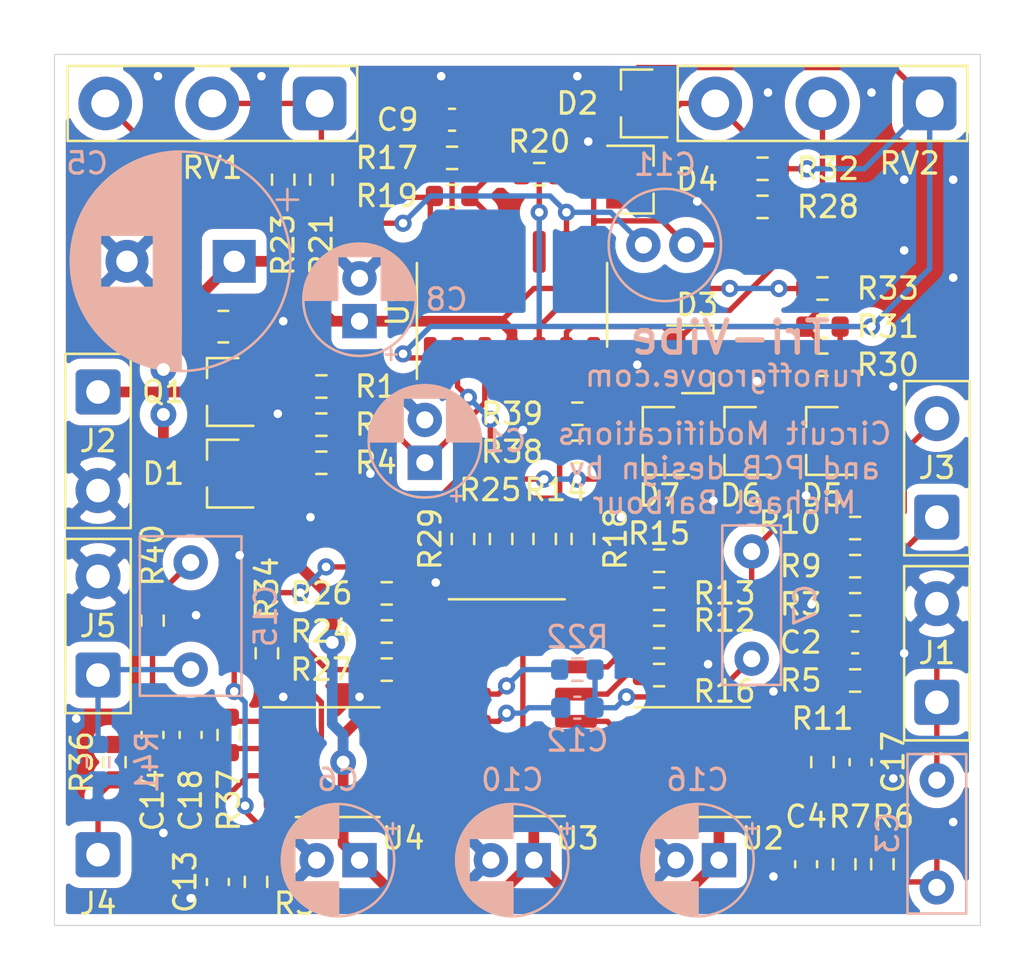
<source format=kicad_pcb>
(kicad_pcb (version 20171130) (host pcbnew 5.1.10)
  (layers (0 F.Cu signal) (31 B.Cu signal) (34 B.Paste user) (35 F.Paste user) (36 B.SilkS user) (37 F.SilkS user) (38 B.Mask user) (39 F.Mask user) (44 Edge.Cuts user))
  (net 0 "")
  (net 1 GND)
  (net 2 "Net-(C1-Pad1)")
  (net 3 "Net-(C2-Pad1)")
  (net 4 "Net-(C3-Pad2)")
  (net 5 "Net-(C3-Pad1)")
  (net 6 "Net-(C4-Pad1)")
  (net 7 VCC)
  (net 8 "Net-(C7-Pad1)")
  (net 9 "Net-(C9-Pad2)")
  (net 10 "Net-(C9-Pad1)")
  (net 11 "Net-(C11-Pad2)")
  (net 12 "Net-(C11-Pad1)")
  (net 13 "Net-(C12-Pad2)")
  (net 14 "Net-(C12-Pad1)")
  (net 15 "Net-(C13-Pad1)")
  (net 16 "Net-(C14-Pad2)")
  (net 17 "Net-(C14-Pad1)")
  (net 18 "Net-(C15-Pad2)")
  (net 19 "Net-(C15-Pad1)")
  (net 20 "Net-(D1-Pad1)")
  (net 21 "Net-(D1-Pad2)")
  (net 22 Vbias)
  (net 23 "Net-(D2-Pad2)")
  (net 24 "Net-(D3-Pad1)")
  (net 25 "Net-(D3-Pad2)")
  (net 26 "Net-(D5-Pad1)")
  (net 27 "Net-(D6-Pad1)")
  (net 28 "Net-(D7-Pad1)")
  (net 29 "Net-(J2-Pad1)")
  (net 30 "Net-(J3-Pad2)")
  (net 31 "Net-(J3-Pad1)")
  (net 32 "Net-(R12-Pad1)")
  (net 33 "Net-(R14-Pad1)")
  (net 34 "Net-(R15-Pad2)")
  (net 35 LFO)
  (net 36 "Net-(R18-Pad1)")
  (net 37 "Net-(R19-Pad2)")
  (net 38 "Net-(R21-Pad1)")
  (net 39 "Net-(R22-Pad1)")
  (net 40 "Net-(R25-Pad1)")
  (net 41 "Net-(R26-Pad2)")
  (net 42 "Net-(R27-Pad1)")
  (net 43 "Net-(R29-Pad1)")
  (net 44 "Net-(RV2-Pad2)")
  (net 45 "Net-(U3-Pad10)")
  (net 46 "Net-(U3-Pad9)")
  (net 47 "Net-(U3-Pad8)")
  (net 48 "Net-(U3-Pad7)")
  (net 49 "Net-(C17-Pad1)")
  (net 50 "Net-(C17-Pad2)")
  (net 51 "Net-(C18-Pad2)")
  (module Capacitor_SMD:C_0603_1608Metric (layer F.Cu) (at 134.874 104.648 270)
    (fp_text reference C18 (at 3.048 0 90) (layer F.SilkS))
    (fp_text value 15p)
    (pad 2 smd roundrect (at 0.775 0 270) (size 0.9 0.95) (layers F.Cu F.Paste F.Mask) (net 51 "Net-(C18-Pad2)"))
    (pad 1 smd roundrect (at -0.775 0 270) (size 0.9 0.95) (layers F.Cu F.Paste F.Mask) (net 16 "Net-(C14-Pad2)"))
  )
  (module Capacitor_SMD:C_0603_1608Metric (layer F.Cu) (at 166.116 105.918 270)
    (fp_text reference C17 (at 0 -1.524 270) (layer F.SilkS))
    (fp_text value 15p)
    (pad 1 smd roundrect (at -0.775 0 270) (size 0.9 0.95) (layers F.Cu F.Paste F.Mask) (net 49 "Net-(C17-Pad1)"))
    (pad 2 smd roundrect (at 0.775 0 270) (size 0.9 0.95) (layers F.Cu F.Paste F.Mask) (net 50 "Net-(C17-Pad2)"))
  )
  (module Capacitor_SMD:C_0603_1608Metric (layer F.Cu) (at 147.066 75.946)
    (fp_text reference C9 (at -2.54 0) (layer F.SilkS))
    (fp_text value 0.01µ)
    (pad 1 smd roundrect (at -0.775 0) (size 0.9 0.95) (layers F.Cu F.Paste F.Mask) (net 10 "Net-(C9-Pad1)"))
    (pad 2 smd roundrect (at 0.775 0) (size 0.9 0.95) (layers F.Cu F.Paste F.Mask) (net 9 "Net-(C9-Pad2)"))
  )
  (module Package_SO:SOIC-8_3.9x4.9mm_P1.27mm (layer F.Cu) (at 141.732 105.918)
    (fp_text reference U4 (at 3.048 3.556) (layer F.SilkS))
    (fp_text value OPA1678)
    (pad 8 smd roundrect (at 2.475 -1.905) (size 1.95 0.6) (layers F.Cu F.Paste F.Mask) (net 7 VCC))
    (pad 7 smd roundrect (at 2.475 -0.635) (size 1.95 0.6) (layers F.Cu F.Paste F.Mask) (net 42 "Net-(R27-Pad1)"))
    (pad 6 smd roundrect (at 2.475 0.635) (size 1.95 0.6) (layers F.Cu F.Paste F.Mask) (net 42 "Net-(R27-Pad1)"))
    (pad 5 smd roundrect (at 2.475 1.905) (size 1.95 0.6) (layers F.Cu F.Paste F.Mask) (net 14 "Net-(C12-Pad1)"))
    (pad 4 smd roundrect (at -2.475 1.905) (size 1.95 0.6) (layers F.Cu F.Paste F.Mask) (net 1 GND))
    (pad 3 smd roundrect (at -2.475 0.635) (size 1.95 0.6) (layers F.Cu F.Paste F.Mask) (net 15 "Net-(C13-Pad1)"))
    (pad 2 smd roundrect (at -2.475 -0.635) (size 1.95 0.6) (layers F.Cu F.Paste F.Mask) (net 51 "Net-(C18-Pad2)"))
    (pad 1 smd roundrect (at -2.475 -1.905) (size 1.95 0.6) (layers F.Cu F.Paste F.Mask) (net 16 "Net-(C14-Pad2)"))
  )
  (module Package_SO:SOIC-8_3.9x4.9mm_P1.27mm (layer F.Cu) (at 159.004 105.918)
    (fp_text reference U2 (at 2.54 3.556) (layer F.SilkS))
    (fp_text value OPA1678)
    (pad 8 smd roundrect (at 2.475 -1.905) (size 1.95 0.6) (layers F.Cu F.Paste F.Mask) (net 7 VCC))
    (pad 7 smd roundrect (at 2.475 -0.635) (size 1.95 0.6) (layers F.Cu F.Paste F.Mask) (net 49 "Net-(C17-Pad1)"))
    (pad 6 smd roundrect (at 2.475 0.635) (size 1.95 0.6) (layers F.Cu F.Paste F.Mask) (net 50 "Net-(C17-Pad2)"))
    (pad 5 smd roundrect (at 2.475 1.905) (size 1.95 0.6) (layers F.Cu F.Paste F.Mask) (net 5 "Net-(C3-Pad1)"))
    (pad 4 smd roundrect (at -2.475 1.905) (size 1.95 0.6) (layers F.Cu F.Paste F.Mask) (net 1 GND))
    (pad 3 smd roundrect (at -2.475 0.635) (size 1.95 0.6) (layers F.Cu F.Paste F.Mask) (net 8 "Net-(C7-Pad1)"))
    (pad 2 smd roundrect (at -2.475 -0.635) (size 1.95 0.6) (layers F.Cu F.Paste F.Mask) (net 13 "Net-(C12-Pad2)"))
    (pad 1 smd roundrect (at -2.475 -1.905) (size 1.95 0.6) (layers F.Cu F.Paste F.Mask) (net 13 "Net-(C12-Pad2)"))
  )
  (module Capacitor_THT:CP_Radial_D5.0mm_P2.00mm (layer B.Cu) (at 159.512 110.49 180)
    (fp_text reference C16 (at 1 3.75) (layer B.SilkS) (effects (justify mirror)))
    (fp_text value 22µ)
    (pad 2 thru_hole circle (at 2 0 180) (size 1.6 1.6) (drill 0.8) (layers *.Cu *.Mask) (net 1 GND))
    (pad 1 thru_hole rect (at 0 0 180) (size 1.6 1.6) (drill 0.8) (layers *.Cu *.Mask) (net 7 VCC))
  )
  (module Package_SO:SOIC-16_3.9x9.9mm_P1.27mm (layer F.Cu) (at 150.368 103.378)
    (fp_text reference U3 (at 2.54 6.096) (layer F.SilkS))
    (fp_text value LM13700)
    (pad 16 smd roundrect (at 2.475 -4.445) (size 1.95 0.6) (layers F.Cu F.Paste F.Mask) (net 36 "Net-(R18-Pad1)"))
    (pad 15 smd roundrect (at 2.475 -3.175) (size 1.95 0.6) (layers F.Cu F.Paste F.Mask) (net 33 "Net-(R14-Pad1)"))
    (pad 14 smd roundrect (at 2.475 -1.905) (size 1.95 0.6) (layers F.Cu F.Paste F.Mask) (net 34 "Net-(R15-Pad2)"))
    (pad 13 smd roundrect (at 2.475 -0.635) (size 1.95 0.6) (layers F.Cu F.Paste F.Mask) (net 32 "Net-(R12-Pad1)"))
    (pad 12 smd roundrect (at 2.475 0.635) (size 1.95 0.6) (layers F.Cu F.Paste F.Mask) (net 8 "Net-(C7-Pad1)"))
    (pad 11 smd roundrect (at 2.475 1.905) (size 1.95 0.6) (layers F.Cu F.Paste F.Mask) (net 7 VCC))
    (pad 10 smd roundrect (at 2.475 3.175) (size 1.95 0.6) (layers F.Cu F.Paste F.Mask) (net 45 "Net-(U3-Pad10)"))
    (pad 9 smd roundrect (at 2.475 4.445) (size 1.95 0.6) (layers F.Cu F.Paste F.Mask) (net 46 "Net-(U3-Pad9)"))
    (pad 8 smd roundrect (at -2.475 4.445) (size 1.95 0.6) (layers F.Cu F.Paste F.Mask) (net 47 "Net-(U3-Pad8)"))
    (pad 7 smd roundrect (at -2.475 3.175) (size 1.95 0.6) (layers F.Cu F.Paste F.Mask) (net 48 "Net-(U3-Pad7)"))
    (pad 6 smd roundrect (at -2.475 1.905) (size 1.95 0.6) (layers F.Cu F.Paste F.Mask) (net 1 GND))
    (pad 5 smd roundrect (at -2.475 0.635) (size 1.95 0.6) (layers F.Cu F.Paste F.Mask) (net 14 "Net-(C12-Pad1)"))
    (pad 4 smd roundrect (at -2.475 -0.635) (size 1.95 0.6) (layers F.Cu F.Paste F.Mask) (net 39 "Net-(R22-Pad1)"))
    (pad 3 smd roundrect (at -2.475 -1.905) (size 1.95 0.6) (layers F.Cu F.Paste F.Mask) (net 41 "Net-(R26-Pad2)"))
    (pad 2 smd roundrect (at -2.475 -3.175) (size 1.95 0.6) (layers F.Cu F.Paste F.Mask) (net 40 "Net-(R25-Pad1)"))
    (pad 1 smd roundrect (at -2.475 -4.445) (size 1.95 0.6) (layers F.Cu F.Paste F.Mask) (net 43 "Net-(R29-Pad1)"))
  )
  (module Package_SO:SOIC-14_3.9x8.7mm_P1.27mm (layer F.Cu) (at 149.86 84.582 90)
    (fp_text reference U1 (at 0 -5.334 90) (layer F.SilkS))
    (fp_text value TL064)
    (pad 1 smd roundrect (at -2.475 -3.81 90) (size 1.95 0.6) (layers F.Cu F.Paste F.Mask) (net 22 Vbias))
    (pad 2 smd roundrect (at -2.475 -2.54 90) (size 1.95 0.6) (layers F.Cu F.Paste F.Mask) (net 22 Vbias))
    (pad 3 smd roundrect (at -2.475 -1.27 90) (size 1.95 0.6) (layers F.Cu F.Paste F.Mask) (net 2 "Net-(C1-Pad1)"))
    (pad 4 smd roundrect (at -2.475 0 90) (size 1.95 0.6) (layers F.Cu F.Paste F.Mask) (net 7 VCC))
    (pad 5 smd roundrect (at -2.475 1.27 90) (size 1.95 0.6) (layers F.Cu F.Paste F.Mask) (net 44 "Net-(RV2-Pad2)"))
    (pad 6 smd roundrect (at -2.475 2.54 90) (size 1.95 0.6) (layers F.Cu F.Paste F.Mask) (net 25 "Net-(D3-Pad2)"))
    (pad 7 smd roundrect (at -2.475 3.81 90) (size 1.95 0.6) (layers F.Cu F.Paste F.Mask) (net 35 LFO))
    (pad 8 smd roundrect (at 2.475 3.81 90) (size 1.95 0.6) (layers F.Cu F.Paste F.Mask) (net 12 "Net-(C11-Pad1)"))
    (pad 9 smd roundrect (at 2.475 2.54 90) (size 1.95 0.6) (layers F.Cu F.Paste F.Mask) (net 11 "Net-(C11-Pad2)"))
    (pad 10 smd roundrect (at 2.475 1.27 90) (size 1.95 0.6) (layers F.Cu F.Paste F.Mask) (net 22 Vbias))
    (pad 11 smd roundrect (at 2.475 0 90) (size 1.95 0.6) (layers F.Cu F.Paste F.Mask) (net 1 GND))
    (pad 12 smd roundrect (at 2.475 -1.27 90) (size 1.95 0.6) (layers F.Cu F.Paste F.Mask) (net 37 "Net-(R19-Pad2)"))
    (pad 13 smd roundrect (at 2.475 -2.54 90) (size 1.95 0.6) (layers F.Cu F.Paste F.Mask) (net 9 "Net-(C9-Pad2)"))
    (pad 14 smd roundrect (at 2.475 -3.81 90) (size 1.95 0.6) (layers F.Cu F.Paste F.Mask) (net 10 "Net-(C9-Pad1)"))
  )
  (module rog_tri-vibe:16mm_potentiometer_rear (layer F.Cu) (at 164.338 75.184)
    (fp_text reference RV2 (at 4.064 2.794) (layer F.SilkS))
    (fp_text value 10kB)
    (pad 1 thru_hole roundrect (at 5 0) (size 2.5 2.5) (drill 1.3) (layers *.Cu *.Mask) (roundrect_rratio 0.15) (net 22 Vbias))
    (pad 3 thru_hole circle (at -5 0) (size 2.5 2.5) (drill 1.3) (layers *.Cu *.Mask) (net 23 "Net-(D2-Pad2)"))
    (pad 2 thru_hole circle (at 0 0) (size 2.5 2.5) (drill 1.3) (layers *.Cu *.Mask) (net 44 "Net-(RV2-Pad2)"))
  )
  (module rog_tri-vibe:16mm_potentiometer_rear (layer F.Cu) (at 135.89 75.184)
    (fp_text reference RV1 (at 0 3) (layer F.SilkS))
    (fp_text value 500kC)
    (pad 1 thru_hole roundrect (at 5 0) (size 2.5 2.5) (drill 1.3) (layers *.Cu *.Mask) (roundrect_rratio 0.15) (net 38 "Net-(R21-Pad1)"))
    (pad 3 thru_hole circle (at -5 0) (size 2.5 2.5) (drill 1.3) (layers *.Cu *.Mask) (net 11 "Net-(C11-Pad2)"))
    (pad 2 thru_hole circle (at 0 0) (size 2.5 2.5) (drill 1.3) (layers *.Cu *.Mask) (net 38 "Net-(R21-Pad1)"))
  )
  (module Resistor_SMD:R_0603_1608Metric (layer B.Cu) (at 130.556 105.918 270)
    (fp_text reference R41 (at 0 -2.286 90) (layer B.SilkS) (effects (justify mirror)))
    (fp_text value 100k)
    (pad 2 smd roundrect (at 0.825 0 270) (size 0.8 0.95) (layers B.Cu B.Paste B.Mask) (net 1 GND))
    (pad 1 smd roundrect (at -0.825 0 270) (size 0.8 0.95) (layers B.Cu B.Paste B.Mask) (net 19 "Net-(C15-Pad1)"))
  )
  (module Resistor_SMD:R_0603_1608Metric (layer F.Cu) (at 133.096 99.314 270)
    (fp_text reference R40 (at -3.048 0 90) (layer F.SilkS))
    (fp_text value 100R)
    (pad 1 smd roundrect (at -0.825 0 270) (size 0.8 0.95) (layers F.Cu F.Paste F.Mask) (net 18 "Net-(C15-Pad2)"))
    (pad 2 smd roundrect (at 0.825 0 270) (size 0.8 0.95) (layers F.Cu F.Paste F.Mask) (net 16 "Net-(C14-Pad2)"))
  )
  (module Resistor_SMD:R_0603_1608Metric (layer F.Cu) (at 152.908 89.662 180)
    (fp_text reference R39 (at 3.048 0 180) (layer F.SilkS))
    (fp_text value 100k)
    (pad 2 smd roundrect (at 0.825 0 180) (size 0.8 0.95) (layers F.Cu F.Paste F.Mask) (net 25 "Net-(D3-Pad2)"))
    (pad 1 smd roundrect (at -0.825 0 180) (size 0.8 0.95) (layers F.Cu F.Paste F.Mask) (net 35 LFO))
  )
  (module Resistor_SMD:R_0603_1608Metric (layer F.Cu) (at 152.908 91.44)
    (fp_text reference R38 (at -3.048 0 180) (layer F.SilkS))
    (fp_text value 68k)
    (pad 2 smd roundrect (at 0.825 0) (size 0.8 0.95) (layers F.Cu F.Paste F.Mask) (net 28 "Net-(D7-Pad1)"))
    (pad 1 smd roundrect (at -0.825 0) (size 0.8 0.95) (layers F.Cu F.Paste F.Mask) (net 35 LFO))
  )
  (module Resistor_SMD:R_0603_1608Metric (layer F.Cu) (at 136.652 104.648 270)
    (fp_text reference R37 (at 3.048 0 270) (layer F.SilkS))
    (fp_text value 47k)
    (pad 2 smd roundrect (at 0.825 0 270) (size 0.8 0.95) (layers F.Cu F.Paste F.Mask) (net 51 "Net-(C18-Pad2)"))
    (pad 1 smd roundrect (at -0.825 0 270) (size 0.8 0.95) (layers F.Cu F.Paste F.Mask) (net 16 "Net-(C14-Pad2)"))
  )
  (module Resistor_SMD:R_0603_1608Metric (layer F.Cu) (at 131.318 105.918 270)
    (fp_text reference R36 (at 0 1.524 90) (layer F.SilkS))
    (fp_text value 15k)
    (pad 1 smd roundrect (at -0.825 0 270) (size 0.8 0.95) (layers F.Cu F.Paste F.Mask) (net 17 "Net-(C14-Pad1)"))
    (pad 2 smd roundrect (at 0.825 0 270) (size 0.8 0.95) (layers F.Cu F.Paste F.Mask) (net 51 "Net-(C18-Pad2)"))
  )
  (module Resistor_SMD:R_0603_1608Metric (layer F.Cu) (at 137.922 111.506 270)
    (fp_text reference R35 (at 1.016 -2.286) (layer F.SilkS))
    (fp_text value 100k)
    (pad 2 smd roundrect (at 0.825 0 270) (size 0.8 0.95) (layers F.Cu F.Paste F.Mask) (net 22 Vbias))
    (pad 1 smd roundrect (at -0.825 0 270) (size 0.8 0.95) (layers F.Cu F.Paste F.Mask) (net 15 "Net-(C13-Pad1)"))
  )
  (module Resistor_SMD:R_0603_1608Metric (layer F.Cu) (at 138.43 100.838 90)
    (fp_text reference R34 (at 3.048 0 90) (layer F.SilkS))
    (fp_text value 47k)
    (pad 2 smd roundrect (at 0.825 0 90) (size 0.8 0.95) (layers F.Cu F.Paste F.Mask) (net 42 "Net-(R27-Pad1)"))
    (pad 1 smd roundrect (at -0.825 0 90) (size 0.8 0.95) (layers F.Cu F.Paste F.Mask) (net 51 "Net-(C18-Pad2)"))
  )
  (module Resistor_SMD:R_0603_1608Metric (layer F.Cu) (at 164.338 83.82)
    (fp_text reference R33 (at 3.048 0) (layer F.SilkS))
    (fp_text value 270k)
    (pad 2 smd roundrect (at 0.825 0) (size 0.8 0.95) (layers F.Cu F.Paste F.Mask) (net 25 "Net-(D3-Pad2)"))
    (pad 1 smd roundrect (at -0.825 0) (size 0.8 0.95) (layers F.Cu F.Paste F.Mask) (net 7 VCC))
  )
  (module Resistor_SMD:R_0603_1608Metric (layer F.Cu) (at 161.544 78.232)
    (fp_text reference R32 (at 3.048 0) (layer F.SilkS))
    (fp_text value DNI)
    (pad 2 smd roundrect (at 0.825 0) (size 0.8 0.95) (layers F.Cu F.Paste F.Mask) (net 22 Vbias))
    (pad 1 smd roundrect (at -0.825 0) (size 0.8 0.95) (layers F.Cu F.Paste F.Mask) (net 23 "Net-(D2-Pad2)"))
  )
  (module Resistor_SMD:R_0603_1608Metric (layer F.Cu) (at 164.338 85.598)
    (fp_text reference R31 (at 3.048 0) (layer F.SilkS))
    (fp_text value 33k)
    (pad 2 smd roundrect (at 0.825 0) (size 0.8 0.95) (layers F.Cu F.Paste F.Mask) (net 22 Vbias))
    (pad 1 smd roundrect (at -0.825 0) (size 0.8 0.95) (layers F.Cu F.Paste F.Mask) (net 25 "Net-(D3-Pad2)"))
  )
  (module Resistor_SMD:R_0603_1608Metric (layer F.Cu) (at 164.338 87.376)
    (fp_text reference R30 (at 3.048 0 180) (layer F.SilkS))
    (fp_text value 3.3k)
    (pad 2 smd roundrect (at 0.825 0) (size 0.8 0.95) (layers F.Cu F.Paste F.Mask) (net 22 Vbias))
    (pad 1 smd roundrect (at -0.825 0) (size 0.8 0.95) (layers F.Cu F.Paste F.Mask) (net 24 "Net-(D3-Pad1)"))
  )
  (module Resistor_SMD:R_0603_1608Metric (layer F.Cu) (at 147.574 95.504 90)
    (fp_text reference R29 (at 0 -1.524 270) (layer F.SilkS))
    (fp_text value 10k)
    (pad 2 smd roundrect (at 0.825 0 90) (size 0.8 0.95) (layers F.Cu F.Paste F.Mask) (net 35 LFO))
    (pad 1 smd roundrect (at -0.825 0 90) (size 0.8 0.95) (layers F.Cu F.Paste F.Mask) (net 43 "Net-(R29-Pad1)"))
  )
  (module Resistor_SMD:R_0603_1608Metric (layer F.Cu) (at 161.544 80.01)
    (fp_text reference R28 (at 3.048 0) (layer F.SilkS))
    (fp_text value 4.7k)
    (pad 2 smd roundrect (at 0.825 0) (size 0.8 0.95) (layers F.Cu F.Paste F.Mask) (net 12 "Net-(C11-Pad1)"))
    (pad 1 smd roundrect (at -0.825 0) (size 0.8 0.95) (layers F.Cu F.Paste F.Mask) (net 23 "Net-(D2-Pad2)"))
  )
  (module Resistor_SMD:R_0603_1608Metric (layer F.Cu) (at 144.018 101.6)
    (fp_text reference R27 (at -3.048 0) (layer F.SilkS))
    (fp_text value 10k)
    (pad 1 smd roundrect (at -0.825 0) (size 0.8 0.95) (layers F.Cu F.Paste F.Mask) (net 42 "Net-(R27-Pad1)"))
    (pad 2 smd roundrect (at 0.825 0) (size 0.8 0.95) (layers F.Cu F.Paste F.Mask) (net 39 "Net-(R22-Pad1)"))
  )
  (module Resistor_SMD:R_0603_1608Metric (layer F.Cu) (at 144.018 98.044)
    (fp_text reference R26 (at -3.048 0) (layer F.SilkS))
    (fp_text value 470R)
    (pad 2 smd roundrect (at 0.825 0) (size 0.8 0.95) (layers F.Cu F.Paste F.Mask) (net 41 "Net-(R26-Pad2)"))
    (pad 1 smd roundrect (at -0.825 0) (size 0.8 0.95) (layers F.Cu F.Paste F.Mask) (net 22 Vbias))
  )
  (module Resistor_SMD:R_0603_1608Metric (layer F.Cu) (at 149.352 95.504 90)
    (fp_text reference R25 (at 2.286 -0.508 180) (layer F.SilkS))
    (fp_text value 3.9k)
    (pad 1 smd roundrect (at -0.825 0 90) (size 0.8 0.95) (layers F.Cu F.Paste F.Mask) (net 40 "Net-(R25-Pad1)"))
    (pad 2 smd roundrect (at 0.825 0 90) (size 0.8 0.95) (layers F.Cu F.Paste F.Mask) (net 7 VCC))
  )
  (module Resistor_SMD:R_0603_1608Metric (layer F.Cu) (at 144.018 99.822)
    (fp_text reference R24 (at -3.048 0) (layer F.SilkS))
    (fp_text value 470R)
    (pad 2 smd roundrect (at 0.825 0) (size 0.8 0.95) (layers F.Cu F.Paste F.Mask) (net 39 "Net-(R22-Pad1)"))
    (pad 1 smd roundrect (at -0.825 0) (size 0.8 0.95) (layers F.Cu F.Paste F.Mask) (net 22 Vbias))
  )
  (module Resistor_SMD:R_0603_1608Metric (layer F.Cu) (at 139.192 78.74 90)
    (fp_text reference R23 (at -3.048 0 270) (layer F.SilkS))
    (fp_text value 820k)
    (pad 2 smd roundrect (at 0.825 0 90) (size 0.8 0.95) (layers F.Cu F.Paste F.Mask) (net 38 "Net-(R21-Pad1)"))
    (pad 1 smd roundrect (at -0.825 0 90) (size 0.8 0.95) (layers F.Cu F.Paste F.Mask) (net 11 "Net-(C11-Pad2)"))
  )
  (module Resistor_SMD:R_0603_1608Metric (layer B.Cu) (at 152.908 101.6)
    (fp_text reference R22 (at 0 -1.524) (layer B.SilkS) (effects (justify mirror)))
    (fp_text value 10k)
    (pad 2 smd roundrect (at 0.825 0) (size 0.8 0.95) (layers B.Cu B.Paste B.Mask) (net 13 "Net-(C12-Pad2)"))
    (pad 1 smd roundrect (at -0.825 0) (size 0.8 0.95) (layers B.Cu B.Paste B.Mask) (net 39 "Net-(R22-Pad1)"))
  )
  (module Resistor_SMD:R_0603_1608Metric (layer F.Cu) (at 140.97 78.74 270)
    (fp_text reference R21 (at 3.048 0 270) (layer F.SilkS))
    (fp_text value 12k)
    (pad 2 smd roundrect (at 0.825 0 270) (size 0.8 0.95) (layers F.Cu F.Paste F.Mask) (net 10 "Net-(C9-Pad1)"))
    (pad 1 smd roundrect (at -0.825 0 270) (size 0.8 0.95) (layers F.Cu F.Paste F.Mask) (net 38 "Net-(R21-Pad1)"))
  )
  (module Resistor_SMD:R_0603_1608Metric (layer F.Cu) (at 151.13 78.486 180)
    (fp_text reference R20 (at 0 1.524) (layer F.SilkS))
    (fp_text value 68k)
    (pad 2 smd roundrect (at 0.825 0 180) (size 0.8 0.95) (layers F.Cu F.Paste F.Mask) (net 37 "Net-(R19-Pad2)"))
    (pad 1 smd roundrect (at -0.825 0 180) (size 0.8 0.95) (layers F.Cu F.Paste F.Mask) (net 12 "Net-(C11-Pad1)"))
  )
  (module Resistor_SMD:R_0603_1608Metric (layer F.Cu) (at 147.066 79.502)
    (fp_text reference R19 (at -3.048 0 180) (layer F.SilkS))
    (fp_text value 220k)
    (pad 2 smd roundrect (at 0.825 0) (size 0.8 0.95) (layers F.Cu F.Paste F.Mask) (net 37 "Net-(R19-Pad2)"))
    (pad 1 smd roundrect (at -0.825 0) (size 0.8 0.95) (layers F.Cu F.Paste F.Mask) (net 10 "Net-(C9-Pad1)"))
  )
  (module Resistor_SMD:R_0603_1608Metric (layer F.Cu) (at 153.162 95.504 90)
    (fp_text reference R18 (at 0 1.524 270) (layer F.SilkS))
    (fp_text value 10k)
    (pad 2 smd roundrect (at 0.825 0 90) (size 0.8 0.95) (layers F.Cu F.Paste F.Mask) (net 35 LFO))
    (pad 1 smd roundrect (at -0.825 0 90) (size 0.8 0.95) (layers F.Cu F.Paste F.Mask) (net 36 "Net-(R18-Pad1)"))
  )
  (module Resistor_SMD:R_0603_1608Metric (layer F.Cu) (at 147.066 77.724)
    (fp_text reference R17 (at -3.048 0 180) (layer F.SilkS))
    (fp_text value 100k)
    (pad 2 smd roundrect (at 0.825 0) (size 0.8 0.95) (layers F.Cu F.Paste F.Mask) (net 22 Vbias))
    (pad 1 smd roundrect (at -0.825 0) (size 0.8 0.95) (layers F.Cu F.Paste F.Mask) (net 9 "Net-(C9-Pad2)"))
  )
  (module Resistor_SMD:R_0603_1608Metric (layer F.Cu) (at 156.718 101.854 180)
    (fp_text reference R16 (at -3.048 -0.762) (layer F.SilkS))
    (fp_text value 10k)
    (pad 1 smd roundrect (at -0.825 0 180) (size 0.8 0.95) (layers F.Cu F.Paste F.Mask) (net 13 "Net-(C12-Pad2)"))
    (pad 2 smd roundrect (at 0.825 0 180) (size 0.8 0.95) (layers F.Cu F.Paste F.Mask) (net 32 "Net-(R12-Pad1)"))
  )
  (module Resistor_SMD:R_0603_1608Metric (layer F.Cu) (at 156.718 96.52 180)
    (fp_text reference R15 (at 0 1.27 180) (layer F.SilkS))
    (fp_text value 470R)
    (pad 2 smd roundrect (at 0.825 0 180) (size 0.8 0.95) (layers F.Cu F.Paste F.Mask) (net 34 "Net-(R15-Pad2)"))
    (pad 1 smd roundrect (at -0.825 0 180) (size 0.8 0.95) (layers F.Cu F.Paste F.Mask) (net 22 Vbias))
  )
  (module Resistor_SMD:R_0603_1608Metric (layer F.Cu) (at 151.384 95.504 90)
    (fp_text reference R14 (at 2.286 0.508) (layer F.SilkS))
    (fp_text value 3.9k)
    (pad 2 smd roundrect (at 0.825 0 90) (size 0.8 0.95) (layers F.Cu F.Paste F.Mask) (net 7 VCC))
    (pad 1 smd roundrect (at -0.825 0 90) (size 0.8 0.95) (layers F.Cu F.Paste F.Mask) (net 33 "Net-(R14-Pad1)"))
  )
  (module Resistor_SMD:R_0603_1608Metric (layer F.Cu) (at 156.718 98.298 180)
    (fp_text reference R13 (at -3.048 0.254) (layer F.SilkS))
    (fp_text value 470R)
    (pad 2 smd roundrect (at 0.825 0 180) (size 0.8 0.95) (layers F.Cu F.Paste F.Mask) (net 32 "Net-(R12-Pad1)"))
    (pad 1 smd roundrect (at -0.825 0 180) (size 0.8 0.95) (layers F.Cu F.Paste F.Mask) (net 22 Vbias))
  )
  (module Resistor_SMD:R_0603_1608Metric (layer F.Cu) (at 156.718 100.076)
    (fp_text reference R12 (at 3.048 -0.762) (layer F.SilkS))
    (fp_text value 10k)
    (pad 2 smd roundrect (at 0.825 0) (size 0.8 0.95) (layers F.Cu F.Paste F.Mask) (net 49 "Net-(C17-Pad1)"))
    (pad 1 smd roundrect (at -0.825 0) (size 0.8 0.95) (layers F.Cu F.Paste F.Mask) (net 32 "Net-(R12-Pad1)"))
  )
  (module Resistor_SMD:R_0603_1608Metric (layer F.Cu) (at 164.338 105.918 270)
    (fp_text reference R11 (at -2.032 0 180) (layer F.SilkS))
    (fp_text value 47k)
    (pad 2 smd roundrect (at 0.825 0 270) (size 0.8 0.95) (layers F.Cu F.Paste F.Mask) (net 50 "Net-(C17-Pad2)"))
    (pad 1 smd roundrect (at -0.825 0 270) (size 0.8 0.95) (layers F.Cu F.Paste F.Mask) (net 49 "Net-(C17-Pad1)"))
  )
  (module Resistor_SMD:R_0603_1608Metric (layer F.Cu) (at 165.862 94.996)
    (fp_text reference R10 (at -3.048 -0.254 180) (layer F.SilkS))
    (fp_text value 100k)
    (pad 2 smd roundrect (at 0.825 0) (size 0.8 0.95) (layers F.Cu F.Paste F.Mask) (net 30 "Net-(J3-Pad2)"))
    (pad 1 smd roundrect (at -0.825 0) (size 0.8 0.95) (layers F.Cu F.Paste F.Mask) (net 49 "Net-(C17-Pad1)"))
  )
  (module Resistor_SMD:R_0603_1608Metric (layer F.Cu) (at 165.862 96.774)
    (fp_text reference R9 (at -2.54 0 180) (layer F.SilkS))
    (fp_text value 47k)
    (pad 2 smd roundrect (at 0.825 0) (size 0.8 0.95) (layers F.Cu F.Paste F.Mask) (net 31 "Net-(J3-Pad1)"))
    (pad 1 smd roundrect (at -0.825 0) (size 0.8 0.95) (layers F.Cu F.Paste F.Mask) (net 49 "Net-(C17-Pad1)"))
  )
  (module Resistor_SMD:R_0805_2012Metric (layer F.Cu) (at 136.398 85.598)
    (fp_text reference R8 (at -2.794 0) (layer F.SilkS))
    (fp_text value 10R)
    (pad 2 smd roundrect (at 0.9125 0) (size 1.025 1.4) (layers F.Cu F.Paste F.Mask) (roundrect_rratio 0.2439014634146341) (net 20 "Net-(D1-Pad1)"))
    (pad 1 smd roundrect (at -0.9125 0) (size 1.025 1.4) (layers F.Cu F.Paste F.Mask) (roundrect_rratio 0.2439014634146341) (net 7 VCC))
  )
  (module Resistor_SMD:R_0603_1608Metric (layer F.Cu) (at 165.354 110.681 270)
    (fp_text reference R7 (at -2.223 -0.254 180) (layer F.SilkS))
    (fp_text value 100k)
    (pad 2 smd roundrect (at 0.825 0 270) (size 0.8 0.95) (layers F.Cu F.Paste F.Mask) (net 22 Vbias))
    (pad 1 smd roundrect (at -0.825 0 270) (size 0.8 0.95) (layers F.Cu F.Paste F.Mask) (net 6 "Net-(C4-Pad1)"))
  )
  (module Resistor_SMD:R_0603_1608Metric (layer F.Cu) (at 167.132 110.681 90)
    (fp_text reference R6 (at 2.223 0.508 180) (layer F.SilkS))
    (fp_text value 1Meg)
    (pad 1 smd roundrect (at -0.825 0 90) (size 0.8 0.95) (layers F.Cu F.Paste F.Mask) (net 5 "Net-(C3-Pad1)"))
    (pad 2 smd roundrect (at 0.825 0 90) (size 0.8 0.95) (layers F.Cu F.Paste F.Mask) (net 6 "Net-(C4-Pad1)"))
  )
  (module Resistor_SMD:R_0603_1608Metric (layer F.Cu) (at 165.862 102.108 180)
    (fp_text reference R5 (at 2.54 0 180) (layer F.SilkS))
    (fp_text value 15k)
    (pad 1 smd roundrect (at -0.825 0 180) (size 0.8 0.95) (layers F.Cu F.Paste F.Mask) (net 50 "Net-(C17-Pad2)"))
    (pad 2 smd roundrect (at 0.825 0 180) (size 0.8 0.95) (layers F.Cu F.Paste F.Mask) (net 3 "Net-(C2-Pad1)"))
  )
  (module Resistor_SMD:R_0603_1608Metric (layer F.Cu) (at 140.97 91.948)
    (fp_text reference R4 (at 2.54 0) (layer F.SilkS))
    (fp_text value 0R)
    (pad 2 smd roundrect (at 0.825 0) (size 0.8 0.95) (layers F.Cu F.Paste F.Mask) (net 1 GND))
    (pad 1 smd roundrect (at -0.825 0) (size 0.8 0.95) (layers F.Cu F.Paste F.Mask) (net 21 "Net-(D1-Pad2)"))
  )
  (module Resistor_SMD:R_0603_1608Metric (layer F.Cu) (at 165.862 98.552 180)
    (fp_text reference R3 (at 2.54 0) (layer F.SilkS))
    (fp_text value 10Meg)
    (pad 2 smd roundrect (at 0.825 0 180) (size 0.8 0.95) (layers F.Cu F.Paste F.Mask) (net 1 GND))
    (pad 1 smd roundrect (at -0.825 0 180) (size 0.8 0.95) (layers F.Cu F.Paste F.Mask) (net 4 "Net-(C3-Pad2)"))
  )
  (module Resistor_SMD:R_0603_1608Metric (layer F.Cu) (at 140.97 90.17 180)
    (fp_text reference R2 (at -2.54 0) (layer F.SilkS))
    (fp_text value 100k)
    (pad 2 smd roundrect (at 0.825 0 180) (size 0.8 0.95) (layers F.Cu F.Paste F.Mask) (net 1 GND))
    (pad 1 smd roundrect (at -0.825 0 180) (size 0.8 0.95) (layers F.Cu F.Paste F.Mask) (net 2 "Net-(C1-Pad1)"))
  )
  (module Resistor_SMD:R_0603_1608Metric (layer F.Cu) (at 140.97 88.392)
    (fp_text reference R1 (at 2.54 0) (layer F.SilkS))
    (fp_text value 100k)
    (pad 2 smd roundrect (at 0.825 0) (size 0.8 0.95) (layers F.Cu F.Paste F.Mask) (net 2 "Net-(C1-Pad1)"))
    (pad 1 smd roundrect (at -0.825 0) (size 0.8 0.95) (layers F.Cu F.Paste F.Mask) (net 7 VCC))
  )
  (module Package_TO_SOT_SMD:SOT-23 (layer F.Cu) (at 136.398 88.646 180)
    (fp_text reference Q1 (at 2.794 0) (layer F.SilkS))
    (fp_text value BSS84)
    (pad 3 smd rect (at 1 0 180) (size 0.9 0.8) (layers F.Cu F.Paste F.Mask) (net 29 "Net-(J2-Pad1)"))
    (pad 2 smd rect (at -1 0.95 180) (size 0.9 0.8) (layers F.Cu F.Paste F.Mask) (net 20 "Net-(D1-Pad1)"))
    (pad 1 smd rect (at -1 -0.95 180) (size 0.9 0.8) (layers F.Cu F.Paste F.Mask) (net 21 "Net-(D1-Pad2)"))
  )
  (module Connector_Wire:SolderWire-0.5sqmm_1x02_P4.6mm_D0.9mm_OD2.1mm (layer F.Cu) (at 130.556 101.854 90)
    (fp_text reference J5 (at 2.286 0 180) (layer F.SilkS))
    (fp_text value Output)
    (pad 1 thru_hole roundrect (at 0 0 90) (size 2.1 2.1) (drill 1.1) (layers *.Cu *.Mask) (roundrect_rratio 0.119047619047619) (net 19 "Net-(C15-Pad1)"))
    (pad 2 thru_hole circle (at 4.6 0 90) (size 2.1 2.1) (drill 1.1) (layers *.Cu *.Mask) (net 1 GND))
  )
  (module Connector_Wire:SolderWire-0.5sqmm_1x01_D0.9mm_OD2.1mm (layer F.Cu) (at 130.556 110.236 90)
    (fp_text reference J4 (at -2.286 0) (layer F.SilkS))
    (fp_text value SW1)
    (pad 1 thru_hole roundrect (at 0 0 90) (size 2.1 2.1) (drill 1.1) (layers *.Cu *.Mask) (roundrect_rratio 0.119047619047619) (net 51 "Net-(C18-Pad2)"))
  )
  (module Connector_Wire:SolderWire-0.5sqmm_1x02_P4.6mm_D0.9mm_OD2.1mm (layer F.Cu) (at 169.672 94.488 90)
    (fp_text reference J3 (at 2.3 0 180) (layer F.SilkS))
    (fp_text value SW1)
    (pad 1 thru_hole roundrect (at 0 0 90) (size 2.1 2.1) (drill 1.1) (layers *.Cu *.Mask) (roundrect_rratio 0.119047619047619) (net 31 "Net-(J3-Pad1)"))
    (pad 2 thru_hole circle (at 4.6 0 90) (size 2.1 2.1) (drill 1.1) (layers *.Cu *.Mask) (net 30 "Net-(J3-Pad2)"))
  )
  (module Connector_Wire:SolderWire-0.5sqmm_1x02_P4.6mm_D0.9mm_OD2.1mm (layer F.Cu) (at 130.556 88.646 270)
    (fp_text reference J2 (at 2.286 0 180) (layer F.SilkS))
    (fp_text value +9v)
    (pad 2 thru_hole circle (at 4.6 0 270) (size 2.1 2.1) (drill 1.1) (layers *.Cu *.Mask) (net 1 GND))
    (pad 1 thru_hole roundrect (at 0 0 270) (size 2.1 2.1) (drill 1.1) (layers *.Cu *.Mask) (roundrect_rratio 0.119047619047619) (net 29 "Net-(J2-Pad1)"))
  )
  (module Connector_Wire:SolderWire-0.5sqmm_1x02_P4.6mm_D0.9mm_OD2.1mm (layer F.Cu) (at 169.672 103.124 90)
    (fp_text reference J1 (at 2.3 0 180) (layer F.SilkS))
    (fp_text value Input)
    (pad 2 thru_hole circle (at 4.6 0 90) (size 2.1 2.1) (drill 1.1) (layers *.Cu *.Mask) (net 1 GND))
    (pad 1 thru_hole roundrect (at 0 0 90) (size 2.1 2.1) (drill 1.1) (layers *.Cu *.Mask) (roundrect_rratio 0.119047619047619) (net 4 "Net-(C3-Pad2)"))
  )
  (module Diode_SMD:D_SOT-23_ANK (layer F.Cu) (at 156.718 90.932 180)
    (fp_text reference D7 (at 0 -2.54) (layer F.SilkS))
    (fp_text value BAS16L)
    (pad 1 smd rect (at 1 0 180) (size 0.9 0.8) (layers F.Cu F.Paste F.Mask) (net 28 "Net-(D7-Pad1)"))
    (pad "" smd rect (at -1 0.95 180) (size 0.9 0.8) (layers F.Cu F.Paste F.Mask))
    (pad 2 smd rect (at -1 -0.95 180) (size 0.9 0.8) (layers F.Cu F.Paste F.Mask) (net 27 "Net-(D6-Pad1)"))
  )
  (module Diode_SMD:D_SOT-23_ANK (layer F.Cu) (at 160.528 90.932 180)
    (fp_text reference D6 (at 0 -2.54) (layer F.SilkS))
    (fp_text value BAS16L)
    (pad 1 smd rect (at 1 0 180) (size 0.9 0.8) (layers F.Cu F.Paste F.Mask) (net 27 "Net-(D6-Pad1)"))
    (pad "" smd rect (at -1 0.95 180) (size 0.9 0.8) (layers F.Cu F.Paste F.Mask))
    (pad 2 smd rect (at -1 -0.95 180) (size 0.9 0.8) (layers F.Cu F.Paste F.Mask) (net 26 "Net-(D5-Pad1)"))
  )
  (module Diode_SMD:D_SOT-23_ANK (layer F.Cu) (at 164.338 90.932 180)
    (fp_text reference D5 (at 0 -2.54) (layer F.SilkS))
    (fp_text value BAS16L)
    (pad 1 smd rect (at 1 0 180) (size 0.9 0.8) (layers F.Cu F.Paste F.Mask) (net 26 "Net-(D5-Pad1)"))
    (pad "" smd rect (at -1 0.95 180) (size 0.9 0.8) (layers F.Cu F.Paste F.Mask))
    (pad 2 smd rect (at -1 -0.95 180) (size 0.9 0.8) (layers F.Cu F.Paste F.Mask) (net 25 "Net-(D3-Pad2)"))
  )
  (module Diode_SMD:D_SOT-23_ANK (layer F.Cu) (at 155.702 78.74)
    (fp_text reference D4 (at 2.794 0) (layer F.SilkS))
    (fp_text value BAS16L)
    (pad 2 smd rect (at -1 -0.95) (size 0.9 0.8) (layers F.Cu F.Paste F.Mask) (net 22 Vbias))
    (pad "" smd rect (at -1 0.95) (size 0.9 0.8) (layers F.Cu F.Paste F.Mask))
    (pad 1 smd rect (at 1 0) (size 0.9 0.8) (layers F.Cu F.Paste F.Mask) (net 23 "Net-(D2-Pad2)"))
  )
  (module Diode_SMD:D_SOT-23_ANK (layer F.Cu) (at 158.496 87.122)
    (fp_text reference D3 (at 0 -2.54) (layer F.SilkS))
    (fp_text value BAS16L)
    (pad 1 smd rect (at 1 0) (size 0.9 0.8) (layers F.Cu F.Paste F.Mask) (net 24 "Net-(D3-Pad1)"))
    (pad "" smd rect (at -1 0.95) (size 0.9 0.8) (layers F.Cu F.Paste F.Mask))
    (pad 2 smd rect (at -1 -0.95) (size 0.9 0.8) (layers F.Cu F.Paste F.Mask) (net 25 "Net-(D3-Pad2)"))
  )
  (module Diode_SMD:D_SOT-23_ANK (layer F.Cu) (at 155.702 75.184 180)
    (fp_text reference D2 (at 2.794 0) (layer F.SilkS))
    (fp_text value BAS16L)
    (pad 2 smd rect (at -1 -0.95 180) (size 0.9 0.8) (layers F.Cu F.Paste F.Mask) (net 23 "Net-(D2-Pad2)"))
    (pad "" smd rect (at -1 0.95 180) (size 0.9 0.8) (layers F.Cu F.Paste F.Mask))
    (pad 1 smd rect (at 1 0 180) (size 0.9 0.8) (layers F.Cu F.Paste F.Mask) (net 22 Vbias))
  )
  (module Diode_SMD:D_SOT-23_ANK (layer F.Cu) (at 136.398 92.456 180)
    (fp_text reference D1 (at 2.794 0) (layer F.SilkS))
    (fp_text value DNI)
    (pad 1 smd rect (at 1 0 180) (size 0.9 0.8) (layers F.Cu F.Paste F.Mask) (net 20 "Net-(D1-Pad1)"))
    (pad "" smd rect (at -1 0.95 180) (size 0.9 0.8) (layers F.Cu F.Paste F.Mask))
    (pad 2 smd rect (at -1 -0.95 180) (size 0.9 0.8) (layers F.Cu F.Paste F.Mask) (net 21 "Net-(D1-Pad2)"))
  )
  (module Capacitor_THT:C_Rect_L7.2mm_W4.5mm_P5.00mm_FKS2_FKP2_MKS2_MKP2 (layer B.Cu) (at 134.874 101.6 90)
    (fp_text reference C15 (at 2.5 3.5 90) (layer B.SilkS) (effects (justify mirror)))
    (fp_text value 0.47µ)
    (pad 1 thru_hole circle (at 0 0 90) (size 1.6 1.6) (drill 0.8) (layers *.Cu *.Mask) (net 19 "Net-(C15-Pad1)"))
    (pad 2 thru_hole circle (at 5 0 90) (size 1.6 1.6) (drill 0.8) (layers *.Cu *.Mask) (net 18 "Net-(C15-Pad2)"))
  )
  (module Capacitor_SMD:C_0603_1608Metric (layer F.Cu) (at 133.096 104.648 90)
    (fp_text reference C14 (at -3.048 0 90) (layer F.SilkS))
    (fp_text value 4700p)
    (pad 1 smd roundrect (at -0.775 0 90) (size 0.9 0.95) (layers F.Cu F.Paste F.Mask) (net 17 "Net-(C14-Pad1)"))
    (pad 2 smd roundrect (at 0.775 0 90) (size 0.9 0.95) (layers F.Cu F.Paste F.Mask) (net 16 "Net-(C14-Pad2)"))
  )
  (module Capacitor_SMD:C_0603_1608Metric (layer F.Cu) (at 136.144 111.506 270)
    (fp_text reference C13 (at 0 1.524 270) (layer F.SilkS))
    (fp_text value 1µ)
    (pad 2 smd roundrect (at 0.775 0 270) (size 0.9 0.95) (layers F.Cu F.Paste F.Mask) (net 1 GND))
    (pad 1 smd roundrect (at -0.775 0 270) (size 0.9 0.95) (layers F.Cu F.Paste F.Mask) (net 15 "Net-(C13-Pad1)"))
  )
  (module Capacitor_SMD:C_0603_1608Metric (layer B.Cu) (at 152.908 103.378)
    (fp_text reference C12 (at 0 1.524) (layer B.SilkS) (effects (justify mirror)))
    (fp_text value 1500p)
    (pad 2 smd roundrect (at 0.775 0) (size 0.9 0.95) (layers B.Cu B.Paste B.Mask) (net 13 "Net-(C12-Pad2)"))
    (pad 1 smd roundrect (at -0.775 0) (size 0.9 0.95) (layers B.Cu B.Paste B.Mask) (net 14 "Net-(C12-Pad1)"))
  )
  (module Capacitor_THT:C_Radial_D5.0mm_H5.0mm_P2.00mm (layer B.Cu) (at 157.988 81.788 180)
    (fp_text reference C11 (at 1 3.75 180) (layer B.SilkS) (effects (justify mirror)))
    (fp_text value 4.7µ)
    (pad 2 thru_hole circle (at 2 0 180) (size 1.6 1.6) (drill 0.8) (layers *.Cu *.Mask) (net 11 "Net-(C11-Pad2)"))
    (pad 1 thru_hole circle (at 0 0 180) (size 1.6 1.6) (drill 0.8) (layers *.Cu *.Mask) (net 12 "Net-(C11-Pad1)"))
  )
  (module Capacitor_THT:CP_Radial_D5.0mm_P2.00mm (layer B.Cu) (at 150.876 110.49 180)
    (fp_text reference C10 (at 1 3.75) (layer B.SilkS) (effects (justify mirror)))
    (fp_text value 22µ)
    (pad 2 thru_hole circle (at 2 0 180) (size 1.6 1.6) (drill 0.8) (layers *.Cu *.Mask) (net 1 GND))
    (pad 1 thru_hole rect (at 0 0 180) (size 1.6 1.6) (drill 0.8) (layers *.Cu *.Mask) (net 7 VCC))
  )
  (module Capacitor_THT:CP_Radial_D5.0mm_P2.00mm (layer B.Cu) (at 142.748 85.344 90)
    (fp_text reference C8 (at 1.016 4.064) (layer B.SilkS) (effects (justify mirror)))
    (fp_text value 22µ)
    (pad 2 thru_hole circle (at 2 0 90) (size 1.6 1.6) (drill 0.8) (layers *.Cu *.Mask) (net 1 GND))
    (pad 1 thru_hole rect (at 0 0 90) (size 1.6 1.6) (drill 0.8) (layers *.Cu *.Mask) (net 7 VCC))
  )
  (module Capacitor_THT:C_Rect_L7.2mm_W2.5mm_P5.00mm_FKS2_FKP2_MKS2_MKP2 (layer B.Cu) (at 161.036 101.092 90)
    (fp_text reference C7 (at 2.5 2.5 270) (layer B.SilkS) (effects (justify mirror)))
    (fp_text value 0.022µ)
    (pad 1 thru_hole circle (at 0 0 90) (size 1.6 1.6) (drill 0.8) (layers *.Cu *.Mask) (net 8 "Net-(C7-Pad1)"))
    (pad 2 thru_hole circle (at 5 0 90) (size 1.6 1.6) (drill 0.8) (layers *.Cu *.Mask) (net 49 "Net-(C17-Pad1)"))
  )
  (module Capacitor_THT:CP_Radial_D5.0mm_P2.00mm (layer B.Cu) (at 142.748 110.49 180)
    (fp_text reference C6 (at 1 3.75) (layer B.SilkS) (effects (justify mirror)))
    (fp_text value 22µ)
    (pad 2 thru_hole circle (at 2 0 180) (size 1.6 1.6) (drill 0.8) (layers *.Cu *.Mask) (net 1 GND))
    (pad 1 thru_hole rect (at 0 0 180) (size 1.6 1.6) (drill 0.8) (layers *.Cu *.Mask) (net 7 VCC))
  )
  (module Capacitor_THT:CP_Radial_D10.0mm_P5.00mm (layer B.Cu) (at 136.906 82.55 180)
    (fp_text reference C5 (at 6.858 4.572 180) (layer B.SilkS) (effects (justify mirror)))
    (fp_text value 470µ)
    (pad 1 thru_hole rect (at 0 0 180) (size 2 2) (drill 1) (layers *.Cu *.Mask) (net 7 VCC))
    (pad 2 thru_hole circle (at 5 0 180) (size 2 2) (drill 1) (layers *.Cu *.Mask) (net 1 GND))
  )
  (module Capacitor_SMD:C_0603_1608Metric (layer F.Cu) (at 163.576 110.681 270)
    (fp_text reference C4 (at -2.223 0 180) (layer F.SilkS))
    (fp_text value 1µ)
    (pad 1 smd roundrect (at -0.775 0 270) (size 0.9 0.95) (layers F.Cu F.Paste F.Mask) (net 6 "Net-(C4-Pad1)"))
    (pad 2 smd roundrect (at 0.775 0 270) (size 0.9 0.95) (layers F.Cu F.Paste F.Mask) (net 1 GND))
  )
  (module Capacitor_THT:C_Rect_L7.2mm_W2.5mm_P5.00mm_FKS2_FKP2_MKS2_MKP2 (layer B.Cu) (at 169.672 111.76 90)
    (fp_text reference C3 (at 2.54 -2.286 270) (layer B.SilkS) (effects (justify mirror)))
    (fp_text value 0.022µ)
    (pad 2 thru_hole circle (at 5 0 90) (size 1.6 1.6) (drill 0.8) (layers *.Cu *.Mask) (net 4 "Net-(C3-Pad2)"))
    (pad 1 thru_hole circle (at 0 0 90) (size 1.6 1.6) (drill 0.8) (layers *.Cu *.Mask) (net 5 "Net-(C3-Pad1)"))
  )
  (module Capacitor_SMD:C_0603_1608Metric (layer F.Cu) (at 165.862 100.33)
    (fp_text reference C2 (at -2.54 0) (layer F.SilkS))
    (fp_text value 4700p)
    (pad 2 smd roundrect (at 0.775 0) (size 0.9 0.95) (layers F.Cu F.Paste F.Mask) (net 1 GND))
    (pad 1 smd roundrect (at -0.775 0) (size 0.9 0.95) (layers F.Cu F.Paste F.Mask) (net 3 "Net-(C2-Pad1)"))
  )
  (module Capacitor_THT:CP_Radial_D5.0mm_P2.00mm (layer B.Cu) (at 145.796 91.948 90)
    (fp_text reference C1 (at 1.016 3.75) (layer B.SilkS) (effects (justify mirror)))
    (fp_text value 22µ)
    (pad 2 thru_hole circle (at 2 0 90) (size 1.6 1.6) (drill 0.8) (layers *.Cu *.Mask) (net 1 GND))
    (pad 1 thru_hole rect (at 0 0 90) (size 1.6 1.6) (drill 0.8) (layers *.Cu *.Mask) (net 2 "Net-(C1-Pad1)"))
  )
  (gr_line (start 171.704 72.898) (end 128.524 72.898) (layer Edge.Cuts) (width 0.05))
  (gr_line (start 171.704 113.538) (end 171.704 72.898) (layer Edge.Cuts) (width 0.05))
  (gr_line (start 128.524 113.538) (end 171.704 113.538) (layer Edge.Cuts) (width 0.05))
  (gr_line (start 128.524 72.898) (end 128.524 113.538) (layer Edge.Cuts) (width 0.05))
  (gr_line (start 171.196 96.774) (end 168.148 96.774) (layer F.SilkS) (width 0.12))
  (gr_line (start 171.196 104.902) (end 171.196 96.774) (layer F.SilkS) (width 0.12))
  (gr_line (start 168.148 104.902) (end 171.196 104.902) (layer F.SilkS) (width 0.12))
  (gr_line (start 168.148 96.774) (end 168.148 104.902) (layer F.SilkS) (width 0.12))
  (gr_line (start 171.196 88.138) (end 168.148 88.138) (layer F.SilkS) (width 0.12))
  (gr_line (start 171.196 96.266) (end 171.196 88.138) (layer F.SilkS) (width 0.12))
  (gr_line (start 168.148 96.266) (end 171.196 96.266) (layer F.SilkS) (width 0.12))
  (gr_line (start 168.148 88.138) (end 168.148 96.266) (layer F.SilkS) (width 0.12))
  (gr_line (start 132.08 86.868) (end 129.032 86.868) (layer F.SilkS) (width 0.12))
  (gr_line (start 132.08 94.996) (end 132.08 86.868) (layer F.SilkS) (width 0.12))
  (gr_line (start 129.032 94.996) (end 132.08 94.996) (layer F.SilkS) (width 0.12))
  (gr_line (start 129.032 86.868) (end 129.032 94.996) (layer F.SilkS) (width 0.12))
  (gr_line (start 129.032 103.632) (end 132.08 103.632) (layer F.SilkS) (width 0.12))
  (gr_line (start 129.032 95.504) (end 129.032 103.632) (layer F.SilkS) (width 0.12))
  (gr_line (start 132.08 95.504) (end 129.032 95.504) (layer F.SilkS) (width 0.12))
  (gr_line (start 132.08 103.632) (end 132.08 95.504) (layer F.SilkS) (width 0.12))
  (gr_text "Circuit Modifications\nand PCB design by\nMichael Barbour" (at 159.766 92.202) (layer B.SilkS) (effects (font (size 1 1)) (justify mirror)))
  (gr_text runoffgroove.com (at 159.766 87.884) (layer B.SilkS) (effects (font (size 1 1)) (justify mirror)))
  (gr_text Tri-Vibe (at 160.02 86.106) (layer B.SilkS) (effects (font (size 1.5 1.5) (thickness 0.25)) (justify mirror)))
  (via (at 138.938 89.662) (size 0.8) (drill 0.4) (layers F.Cu B.Cu) (net 1))
  (segment (start 139.446 90.17) (end 138.938 89.662) (width 0.25) (layer F.Cu) (net 1))
  (segment (start 140.145 90.17) (end 139.446 90.17) (width 0.25) (layer F.Cu) (net 1))
  (via (at 143.256 92.456) (size 0.8) (drill 0.4) (layers F.Cu B.Cu) (net 1))
  (segment (start 142.748 91.948) (end 143.256 92.456) (width 0.25) (layer F.Cu) (net 1))
  (segment (start 141.795 91.948) (end 142.748 91.948) (width 0.25) (layer F.Cu) (net 1))
  (via (at 154.94 94.488) (size 0.8) (drill 0.4) (layers F.Cu B.Cu) (net 1))
  (via (at 146.304 97.536) (size 0.8) (drill 0.4) (layers F.Cu B.Cu) (net 1))
  (via (at 153.416 76.962) (size 0.8) (drill 0.4) (layers F.Cu B.Cu) (net 1))
  (via (at 155.702 87.376) (size 0.8) (drill 0.4) (layers F.Cu B.Cu) (net 1))
  (via (at 150.368 90.424) (size 0.8) (drill 0.4) (layers F.Cu B.Cu) (net 1))
  (via (at 161.29 88.138) (size 0.8) (drill 0.4) (layers F.Cu B.Cu) (net 1))
  (via (at 162.052 102.616) (size 0.8) (drill 0.4) (layers F.Cu B.Cu) (net 1))
  (via (at 159.004 101.346) (size 0.8) (drill 0.4) (layers F.Cu B.Cu) (net 1))
  (via (at 162.052 111.252) (size 0.8) (drill 0.4) (layers F.Cu B.Cu) (net 1))
  (segment (start 162.256 111.456) (end 162.052 111.252) (width 0.25) (layer F.Cu) (net 1))
  (segment (start 163.576 111.456) (end 162.256 111.456) (width 0.25) (layer F.Cu) (net 1))
  (via (at 152.908 73.914) (size 0.8) (drill 0.4) (layers F.Cu B.Cu) (net 1))
  (via (at 167.64 88.392) (size 0.8) (drill 0.4) (layers F.Cu B.Cu) (net 1))
  (via (at 140.462 94.488) (size 0.8) (drill 0.4) (layers F.Cu B.Cu) (net 1))
  (via (at 159.258 93.726) (size 0.8) (drill 0.4) (layers F.Cu B.Cu) (net 1))
  (via (at 163.576 93.472) (size 0.8) (drill 0.4) (layers F.Cu B.Cu) (net 1))
  (via (at 170.434 108.712) (size 0.8) (drill 0.4) (layers F.Cu B.Cu) (net 1))
  (via (at 158.496 79.756) (size 0.8) (drill 0.4) (layers F.Cu B.Cu) (net 1))
  (via (at 161.798 74.676) (size 0.8) (drill 0.4) (layers F.Cu B.Cu) (net 1))
  (via (at 166.624 74.676) (size 0.8) (drill 0.4) (layers F.Cu B.Cu) (net 1))
  (via (at 168.148 78.74) (size 0.8) (drill 0.4) (layers F.Cu B.Cu) (net 1))
  (via (at 168.148 82.042) (size 0.8) (drill 0.4) (layers F.Cu B.Cu) (net 1))
  (via (at 170.434 78.74) (size 0.8) (drill 0.4) (layers F.Cu B.Cu) (net 1))
  (via (at 170.434 83.312) (size 0.8) (drill 0.4) (layers F.Cu B.Cu) (net 1))
  (via (at 142.748 102.87) (size 0.8) (drill 0.4) (layers F.Cu B.Cu) (net 1))
  (via (at 139.192 102.87) (size 0.8) (drill 0.4) (layers F.Cu B.Cu) (net 1))
  (via (at 139.192 85.344) (size 0.8) (drill 0.4) (layers F.Cu B.Cu) (net 1))
  (via (at 163.83 98.552) (size 0.8) (drill 0.4) (layers F.Cu B.Cu) (net 1))
  (segment (start 165.037 98.552) (end 163.83 98.552) (width 0.25) (layer F.Cu) (net 1))
  (via (at 168.148 100.838) (size 0.8) (drill 0.4) (layers F.Cu B.Cu) (net 1))
  (segment (start 167.64 100.33) (end 168.148 100.838) (width 0.25) (layer F.Cu) (net 1))
  (segment (start 166.637 100.33) (end 167.64 100.33) (width 0.25) (layer F.Cu) (net 1))
  (via (at 167.64 106.68) (size 0.8) (drill 0.4) (layers F.Cu B.Cu) (net 1))
  (via (at 134.874 112.268) (size 0.8) (drill 0.4) (layers F.Cu B.Cu) (net 1))
  (segment (start 134.887 112.281) (end 134.874 112.268) (width 0.25) (layer F.Cu) (net 1))
  (segment (start 136.144 112.281) (end 134.887 112.281) (width 0.25) (layer F.Cu) (net 1))
  (via (at 133.604 109.22) (size 0.8) (drill 0.4) (layers F.Cu B.Cu) (net 1))
  (via (at 137.16 96.266) (size 0.8) (drill 0.4) (layers F.Cu B.Cu) (net 1))
  (via (at 129.54 103.886) (size 0.8) (drill 0.4) (layers F.Cu B.Cu) (net 1))
  (via (at 146.558 73.914) (size 0.8) (drill 0.4) (layers F.Cu B.Cu) (net 1))
  (via (at 138.176 73.914) (size 0.8) (drill 0.4) (layers F.Cu B.Cu) (net 1))
  (via (at 133.35 73.914) (size 0.8) (drill 0.4) (layers F.Cu B.Cu) (net 1))
  (via (at 135.128 99.06) (size 0.8) (drill 0.4) (layers F.Cu B.Cu) (net 1))
  (segment (start 141.795 88.392) (end 141.795 90.17) (width 0.25) (layer F.Cu) (net 2))
  (segment (start 144.018 90.17) (end 145.796 91.948) (width 0.25) (layer F.Cu) (net 2))
  (segment (start 141.795 90.17) (end 144.018 90.17) (width 0.25) (layer F.Cu) (net 2))
  (segment (start 148.59 89.154) (end 145.796 91.948) (width 0.25) (layer F.Cu) (net 2))
  (segment (start 148.59 87.057) (end 148.59 89.154) (width 0.25) (layer F.Cu) (net 2))
  (segment (start 165.037 100.38) (end 165.087 100.33) (width 0.25) (layer F.Cu) (net 3))
  (segment (start 165.037 102.108) (end 165.037 100.38) (width 0.25) (layer F.Cu) (net 3))
  (segment (start 169.672 103.124) (end 169.672 106.76) (width 0.25) (layer F.Cu) (net 4))
  (segment (start 166.687 98.552) (end 167.386 98.552) (width 0.25) (layer F.Cu) (net 4))
  (segment (start 169.672 100.838) (end 169.672 103.124) (width 0.25) (layer F.Cu) (net 4))
  (segment (start 167.386 98.552) (end 169.672 100.838) (width 0.25) (layer F.Cu) (net 4))
  (segment (start 169.672 111.76) (end 169.672 109.728) (width 0.25) (layer F.Cu) (net 5))
  (segment (start 167.767 107.823) (end 161.479 107.823) (width 0.25) (layer F.Cu) (net 5))
  (segment (start 169.672 109.728) (end 167.767 107.823) (width 0.25) (layer F.Cu) (net 5))
  (segment (start 169.418 111.506) (end 169.672 111.76) (width 0.25) (layer F.Cu) (net 5))
  (segment (start 167.132 111.506) (end 169.418 111.506) (width 0.25) (layer F.Cu) (net 5))
  (segment (start 167.132 109.856) (end 165.354 109.856) (width 0.25) (layer F.Cu) (net 6))
  (segment (start 163.626 109.856) (end 163.576 109.906) (width 0.25) (layer F.Cu) (net 6))
  (segment (start 165.354 109.856) (end 163.626 109.856) (width 0.25) (layer F.Cu) (net 6))
  (segment (start 149.352 94.679) (end 150.431 94.679) (width 0.25) (layer F.Cu) (net 7))
  (segment (start 150.431 94.679) (end 151.384 94.679) (width 0.25) (layer F.Cu) (net 7))
  (segment (start 144.207 104.013) (end 142.621 104.013) (width 0.5) (layer F.Cu) (net 7))
  (segment (start 142.621 104.013) (end 141.986 104.648) (width 0.5) (layer F.Cu) (net 7))
  (segment (start 141.986 109.728) (end 142.748 110.49) (width 0.5) (layer F.Cu) (net 7))
  (segment (start 152.843 105.283) (end 151.511 105.283) (width 0.5) (layer F.Cu) (net 7))
  (segment (start 150.876 105.918) (end 150.876 110.49) (width 0.5) (layer F.Cu) (net 7))
  (segment (start 151.511 105.283) (end 150.876 105.918) (width 0.5) (layer F.Cu) (net 7))
  (segment (start 161.479 104.013) (end 160.147 104.013) (width 0.5) (layer F.Cu) (net 7))
  (segment (start 159.512 104.648) (end 159.512 110.49) (width 0.5) (layer F.Cu) (net 7))
  (segment (start 160.147 104.013) (end 159.512 104.648) (width 0.5) (layer F.Cu) (net 7))
  (segment (start 149.86 87.057) (end 149.86 85.852) (width 0.5) (layer F.Cu) (net 7))
  (segment (start 149.352 85.344) (end 142.748 85.344) (width 0.5) (layer F.Cu) (net 7))
  (segment (start 149.86 85.852) (end 149.352 85.344) (width 0.5) (layer F.Cu) (net 7))
  (segment (start 150.876 105.918) (end 150.368 105.41) (width 0.25) (layer F.Cu) (net 7))
  (segment (start 150.368 94.742) (end 150.431 94.679) (width 0.25) (layer F.Cu) (net 7))
  (segment (start 150.368 105.41) (end 150.368 94.742) (width 0.25) (layer F.Cu) (net 7))
  (segment (start 135.4855 83.9705) (end 136.906 82.55) (width 0.5) (layer F.Cu) (net 7))
  (segment (start 135.4855 85.598) (end 135.4855 83.9705) (width 0.5) (layer F.Cu) (net 7))
  (segment (start 136.906 82.55) (end 138.684 82.55) (width 0.5) (layer F.Cu) (net 7))
  (segment (start 141.478 85.344) (end 142.748 85.344) (width 0.5) (layer F.Cu) (net 7))
  (segment (start 138.684 82.55) (end 141.478 85.344) (width 0.5) (layer F.Cu) (net 7))
  (segment (start 140.145 86.677) (end 141.478 85.344) (width 0.25) (layer F.Cu) (net 7))
  (segment (start 140.145 88.392) (end 140.145 86.677) (width 0.25) (layer F.Cu) (net 7))
  (segment (start 135.4855 85.598) (end 134.366 85.598) (width 0.5) (layer F.Cu) (net 7))
  (via (at 133.604 87.596) (size 1.2) (drill 0.6) (layers F.Cu B.Cu) (net 7))
  (segment (start 133.604 86.36) (end 133.604 87.596) (width 0.5) (layer F.Cu) (net 7))
  (segment (start 134.366 85.598) (end 133.604 86.36) (width 0.5) (layer F.Cu) (net 7))
  (via (at 133.604 89.696) (size 1.2) (drill 0.6) (layers F.Cu B.Cu) (net 7))
  (segment (start 133.604 87.596) (end 133.604 89.696) (width 0.5) (layer B.Cu) (net 7))
  (segment (start 141.986 105.918) (end 141.986 109.728) (width 0.5) (layer F.Cu) (net 7))
  (segment (start 141.986 104.648) (end 141.986 105.918) (width 0.5) (layer F.Cu) (net 7))
  (segment (start 149.625999 111.740001) (end 150.876 110.49) (width 0.5) (layer F.Cu) (net 7))
  (segment (start 143.998001 111.740001) (end 149.625999 111.740001) (width 0.5) (layer F.Cu) (net 7))
  (segment (start 142.748 110.49) (end 143.998001 111.740001) (width 0.5) (layer F.Cu) (net 7))
  (segment (start 158.261999 111.740001) (end 159.512 110.49) (width 0.5) (layer F.Cu) (net 7))
  (segment (start 152.126001 111.740001) (end 158.261999 111.740001) (width 0.5) (layer F.Cu) (net 7))
  (segment (start 150.876 110.49) (end 152.126001 111.740001) (width 0.5) (layer F.Cu) (net 7))
  (via (at 160.015347 83.815347) (size 0.8) (drill 0.4) (layers F.Cu B.Cu) (net 7))
  (segment (start 150.880653 83.815347) (end 160.015347 83.815347) (width 0.25) (layer F.Cu) (net 7))
  (segment (start 149.352 85.344) (end 150.880653 83.815347) (width 0.25) (layer F.Cu) (net 7))
  (via (at 162.306 83.82) (size 0.8) (drill 0.4) (layers F.Cu B.Cu) (net 7))
  (segment (start 162.301347 83.815347) (end 162.306 83.82) (width 0.25) (layer B.Cu) (net 7))
  (segment (start 160.015347 83.815347) (end 162.301347 83.815347) (width 0.25) (layer B.Cu) (net 7))
  (segment (start 162.306 83.82) (end 163.513 83.82) (width 0.25) (layer F.Cu) (net 7))
  (segment (start 141.478 104.14) (end 141.986 104.648) (width 0.5) (layer B.Cu) (net 7))
  (segment (start 141.986 104.648) (end 141.986 105.918) (width 0.5) (layer B.Cu) (net 7))
  (segment (start 141.478 100.33) (end 141.478 104.14) (width 0.5) (layer B.Cu) (net 7))
  (via (at 141.986 105.918) (size 1.2) (drill 0.6) (layers F.Cu B.Cu) (net 7))
  (via (at 141.478 100.33) (size 1.2) (drill 0.6) (layers F.Cu B.Cu) (net 7))
  (segment (start 141.478 98.298) (end 141.478 100.33) (width 0.5) (layer F.Cu) (net 7))
  (segment (start 133.604 93.218) (end 134.642001 94.256001) (width 0.5) (layer F.Cu) (net 7))
  (segment (start 133.604 89.696) (end 133.604 93.218) (width 0.5) (layer F.Cu) (net 7))
  (segment (start 137.436001 94.256001) (end 141.478 98.298) (width 0.5) (layer F.Cu) (net 7))
  (segment (start 134.642001 94.256001) (end 137.436001 94.256001) (width 0.5) (layer F.Cu) (net 7))
  (segment (start 156.529 106.553) (end 155.067 106.553) (width 0.25) (layer F.Cu) (net 8))
  (segment (start 155.067 106.553) (end 154.686 106.172) (width 0.25) (layer F.Cu) (net 8))
  (segment (start 154.686 106.172) (end 154.686 104.394) (width 0.25) (layer F.Cu) (net 8))
  (segment (start 154.305 104.013) (end 152.843 104.013) (width 0.25) (layer F.Cu) (net 8))
  (segment (start 154.686 104.394) (end 154.305 104.013) (width 0.25) (layer F.Cu) (net 8))
  (segment (start 156.529 106.553) (end 157.861 106.553) (width 0.25) (layer F.Cu) (net 8))
  (segment (start 157.861 106.553) (end 158.242 106.172) (width 0.25) (layer F.Cu) (net 8))
  (segment (start 158.242 103.886) (end 161.036 101.092) (width 0.25) (layer F.Cu) (net 8))
  (segment (start 158.242 106.172) (end 158.242 103.886) (width 0.25) (layer F.Cu) (net 8))
  (segment (start 147.32 82.107) (end 147.32 80.518) (width 0.25) (layer F.Cu) (net 9))
  (segment (start 147.32 80.518) (end 147.066 80.264) (width 0.25) (layer F.Cu) (net 9))
  (segment (start 147.066 78.549) (end 146.241 77.724) (width 0.25) (layer F.Cu) (net 9))
  (segment (start 147.066 80.264) (end 147.066 78.549) (width 0.25) (layer F.Cu) (net 9))
  (segment (start 146.241 77.546) (end 147.841 75.946) (width 0.25) (layer F.Cu) (net 9))
  (segment (start 146.241 77.724) (end 146.241 77.546) (width 0.25) (layer F.Cu) (net 9))
  (segment (start 146.05 79.693) (end 146.241 79.502) (width 0.25) (layer F.Cu) (net 10))
  (segment (start 146.05 82.107) (end 146.05 79.693) (width 0.25) (layer F.Cu) (net 10))
  (segment (start 146.178 79.565) (end 146.241 79.502) (width 0.25) (layer F.Cu) (net 10))
  (segment (start 145.225 77.012) (end 146.291 75.946) (width 0.25) (layer F.Cu) (net 10))
  (segment (start 145.225 79.565) (end 145.225 77.012) (width 0.25) (layer F.Cu) (net 10))
  (segment (start 140.97 79.565) (end 145.225 79.565) (width 0.25) (layer F.Cu) (net 10))
  (segment (start 145.225 79.565) (end 146.178 79.565) (width 0.25) (layer F.Cu) (net 10))
  (segment (start 135.271 79.565) (end 139.192 79.565) (width 0.25) (layer F.Cu) (net 11))
  (segment (start 130.89 75.184) (end 135.271 79.565) (width 0.25) (layer F.Cu) (net 11))
  (via (at 152.4 80.264) (size 0.8) (drill 0.4) (layers F.Cu B.Cu) (net 11))
  (segment (start 152.4 82.107) (end 152.4 80.264) (width 0.25) (layer F.Cu) (net 11))
  (segment (start 152.4 80.264) (end 154.464 80.264) (width 0.25) (layer B.Cu) (net 11))
  (segment (start 154.464 80.264) (end 155.988 81.788) (width 0.25) (layer B.Cu) (net 11))
  (via (at 144.78 80.772) (size 0.8) (drill 0.4) (layers F.Cu B.Cu) (net 11))
  (segment (start 151.638 79.502) (end 152.4 80.264) (width 0.25) (layer B.Cu) (net 11))
  (segment (start 144.78 80.772) (end 140.399 80.772) (width 0.25) (layer F.Cu) (net 11))
  (segment (start 140.399 80.772) (end 139.192 79.565) (width 0.25) (layer F.Cu) (net 11))
  (segment (start 146.05 79.502) (end 151.638 79.502) (width 0.25) (layer B.Cu) (net 11))
  (segment (start 144.78 80.772) (end 146.05 79.502) (width 0.25) (layer B.Cu) (net 11))
  (segment (start 153.67 82.107) (end 153.67 80.772) (width 0.25) (layer F.Cu) (net 12))
  (segment (start 151.955 78.486) (end 152.908 78.486) (width 0.25) (layer F.Cu) (net 12))
  (segment (start 152.908 78.486) (end 153.67 79.248) (width 0.25) (layer F.Cu) (net 12))
  (segment (start 153.67 79.248) (end 153.67 80.772) (width 0.25) (layer F.Cu) (net 12))
  (segment (start 162.369 80.01) (end 162.369 80.709) (width 0.25) (layer F.Cu) (net 12))
  (segment (start 161.29 81.788) (end 157.988 81.788) (width 0.25) (layer F.Cu) (net 12))
  (segment (start 162.369 80.709) (end 161.29 81.788) (width 0.25) (layer F.Cu) (net 12))
  (segment (start 157.988 81.788) (end 156.862999 80.662999) (width 0.25) (layer F.Cu) (net 12))
  (segment (start 156.862999 80.662999) (end 153.779001 80.662999) (width 0.25) (layer F.Cu) (net 12))
  (segment (start 153.779001 80.662999) (end 153.67 80.772) (width 0.25) (layer F.Cu) (net 12))
  (segment (start 156.529 105.283) (end 156.529 104.013) (width 0.25) (layer F.Cu) (net 13))
  (segment (start 156.529 102.868) (end 157.543 101.854) (width 0.25) (layer F.Cu) (net 13))
  (segment (start 156.529 104.013) (end 156.529 102.868) (width 0.25) (layer F.Cu) (net 13))
  (segment (start 153.733 103.328) (end 153.683 103.378) (width 0.25) (layer B.Cu) (net 13))
  (segment (start 153.733 101.6) (end 153.733 103.328) (width 0.25) (layer B.Cu) (net 13))
  (via (at 155.198653 102.874653) (size 0.8) (drill 0.4) (layers F.Cu B.Cu) (net 13))
  (segment (start 154.695306 103.378) (end 155.198653 102.874653) (width 0.25) (layer B.Cu) (net 13))
  (segment (start 153.683 103.378) (end 154.695306 103.378) (width 0.25) (layer B.Cu) (net 13))
  (segment (start 156.522347 102.874653) (end 156.529 102.868) (width 0.25) (layer F.Cu) (net 13))
  (segment (start 155.198653 102.874653) (end 156.522347 102.874653) (width 0.25) (layer F.Cu) (net 13))
  (via (at 149.606 103.632) (size 0.8) (drill 0.4) (layers F.Cu B.Cu) (net 14))
  (segment (start 149.225 104.013) (end 149.606 103.632) (width 0.25) (layer F.Cu) (net 14))
  (segment (start 147.893 104.013) (end 149.225 104.013) (width 0.25) (layer F.Cu) (net 14))
  (segment (start 149.606 103.632) (end 150.368 103.632) (width 0.25) (layer B.Cu) (net 14))
  (segment (start 150.622 103.378) (end 152.133 103.378) (width 0.25) (layer B.Cu) (net 14))
  (segment (start 150.368 103.632) (end 150.622 103.378) (width 0.25) (layer B.Cu) (net 14))
  (segment (start 147.893 104.013) (end 146.685 104.013) (width 0.25) (layer F.Cu) (net 14))
  (segment (start 146.685 104.013) (end 146.304 104.394) (width 0.25) (layer F.Cu) (net 14))
  (segment (start 146.304 104.394) (end 146.304 107.188) (width 0.25) (layer F.Cu) (net 14))
  (segment (start 145.669 107.823) (end 144.207 107.823) (width 0.25) (layer F.Cu) (net 14))
  (segment (start 146.304 107.188) (end 145.669 107.823) (width 0.25) (layer F.Cu) (net 14))
  (segment (start 137.872 110.731) (end 137.922 110.681) (width 0.25) (layer F.Cu) (net 15))
  (segment (start 136.144 110.731) (end 137.872 110.731) (width 0.25) (layer F.Cu) (net 15))
  (segment (start 139.257 106.553) (end 137.541 106.553) (width 0.25) (layer F.Cu) (net 15))
  (segment (start 136.144 107.95) (end 136.144 110.731) (width 0.25) (layer F.Cu) (net 15))
  (segment (start 137.541 106.553) (end 136.144 107.95) (width 0.25) (layer F.Cu) (net 15))
  (segment (start 136.842 104.013) (end 136.652 103.823) (width 0.25) (layer F.Cu) (net 16))
  (segment (start 139.257 104.013) (end 136.842 104.013) (width 0.25) (layer F.Cu) (net 16))
  (segment (start 134.924 103.823) (end 134.874 103.873) (width 0.25) (layer F.Cu) (net 16))
  (segment (start 136.652 103.823) (end 134.924 103.823) (width 0.25) (layer F.Cu) (net 16))
  (segment (start 134.874 103.873) (end 133.096 103.873) (width 0.25) (layer F.Cu) (net 16))
  (segment (start 133.096 100.139) (end 133.096 103.873) (width 0.25) (layer F.Cu) (net 16))
  (segment (start 132.766 105.093) (end 133.096 105.423) (width 0.25) (layer F.Cu) (net 17))
  (segment (start 131.318 105.093) (end 132.766 105.093) (width 0.25) (layer F.Cu) (net 17))
  (segment (start 133.096 98.378) (end 134.874 96.6) (width 0.25) (layer F.Cu) (net 18))
  (segment (start 133.096 98.489) (end 133.096 98.378) (width 0.25) (layer F.Cu) (net 18))
  (segment (start 130.556 101.854) (end 130.556 105.093) (width 0.25) (layer B.Cu) (net 19))
  (segment (start 130.81 101.6) (end 130.556 101.854) (width 0.25) (layer B.Cu) (net 19))
  (segment (start 134.874 101.6) (end 130.81 101.6) (width 0.25) (layer B.Cu) (net 19))
  (segment (start 137.398 87.696) (end 137.398 85.6855) (width 0.5) (layer F.Cu) (net 20))
  (segment (start 137.398 85.6855) (end 137.3105 85.598) (width 0.5) (layer F.Cu) (net 20))
  (segment (start 135.398 92.456) (end 136.398 91.456) (width 0.25) (layer F.Cu) (net 20))
  (segment (start 136.398 88.696) (end 137.398 87.696) (width 0.25) (layer F.Cu) (net 20))
  (segment (start 136.398 91.456) (end 136.398 88.696) (width 0.25) (layer F.Cu) (net 20))
  (segment (start 137.398 93.406) (end 137.48 93.406) (width 0.25) (layer F.Cu) (net 21))
  (segment (start 137.48 93.406) (end 138.43 92.456) (width 0.25) (layer F.Cu) (net 21))
  (segment (start 138.43 90.628) (end 137.398 89.596) (width 0.25) (layer F.Cu) (net 21))
  (segment (start 140.145 91.948) (end 138.43 91.948) (width 0.25) (layer F.Cu) (net 21))
  (segment (start 138.43 91.948) (end 138.43 90.628) (width 0.25) (layer F.Cu) (net 21))
  (segment (start 138.43 92.456) (end 138.43 91.948) (width 0.25) (layer F.Cu) (net 21))
  (segment (start 165.163 85.598) (end 165.163 87.376) (width 0.25) (layer F.Cu) (net 22))
  (segment (start 165.163 85.598) (end 165.354 85.598) (width 0.25) (layer F.Cu) (net 22))
  (segment (start 157.543 96.52) (end 157.543 98.298) (width 0.25) (layer F.Cu) (net 22))
  (segment (start 143.193 98.044) (end 143.193 99.822) (width 0.25) (layer F.Cu) (net 22))
  (segment (start 146.05 87.057) (end 147.32 87.057) (width 0.25) (layer F.Cu) (net 22))
  (segment (start 143.193 96.837) (end 143.193 98.044) (width 0.25) (layer F.Cu) (net 22))
  (segment (start 148.848653 91.181347) (end 143.193 96.837) (width 0.25) (layer F.Cu) (net 22))
  (segment (start 148.848653 91.181347) (end 148.848653 91.190653) (width 0.25) (layer F.Cu) (net 22))
  (via (at 151.358 92.71) (size 0.8) (drill 0.4) (layers F.Cu B.Cu) (net 22))
  (segment (start 150.368 92.71) (end 151.358 92.71) (width 0.25) (layer F.Cu) (net 22))
  (segment (start 148.848653 91.190653) (end 150.368 92.71) (width 0.25) (layer F.Cu) (net 22))
  (via (at 152.908 92.71) (size 0.8) (drill 0.4) (layers F.Cu B.Cu) (net 22))
  (segment (start 151.358 92.71) (end 152.908 92.71) (width 0.25) (layer B.Cu) (net 22))
  (segment (start 152.908 92.71) (end 154.94 92.71) (width 0.25) (layer F.Cu) (net 22))
  (segment (start 157.543 95.313) (end 157.543 96.52) (width 0.25) (layer F.Cu) (net 22))
  (segment (start 154.94 92.71) (end 157.543 95.313) (width 0.25) (layer F.Cu) (net 22))
  (via (at 151.13 80.264) (size 0.8) (drill 0.4) (layers F.Cu B.Cu) (net 22))
  (segment (start 151.13 85.588694) (end 151.13 80.264) (width 0.25) (layer B.Cu) (net 22))
  (segment (start 151.13 82.107) (end 151.13 80.264) (width 0.25) (layer F.Cu) (net 22))
  (via (at 166.624 85.598) (size 0.8) (drill 0.4) (layers F.Cu B.Cu) (net 22))
  (segment (start 166.614694 85.588694) (end 166.624 85.598) (width 0.25) (layer B.Cu) (net 22))
  (segment (start 151.13 85.588694) (end 166.614694 85.588694) (width 0.25) (layer B.Cu) (net 22))
  (segment (start 166.624 85.598) (end 165.163 85.598) (width 0.25) (layer F.Cu) (net 22))
  (via (at 147.823347 88.895347) (size 0.8) (drill 0.4) (layers F.Cu B.Cu) (net 22))
  (segment (start 148.848653 89.920653) (end 148.848653 91.181347) (width 0.25) (layer F.Cu) (net 22))
  (via (at 148.848653 89.920653) (size 0.8) (drill 0.4) (layers F.Cu B.Cu) (net 22))
  (segment (start 147.823347 88.895347) (end 148.848653 89.920653) (width 0.25) (layer B.Cu) (net 22))
  (segment (start 147.32 88.392) (end 147.823347 88.895347) (width 0.25) (layer F.Cu) (net 22))
  (segment (start 147.32 87.057) (end 147.32 88.392) (width 0.25) (layer F.Cu) (net 22))
  (via (at 144.78 86.868) (size 0.8) (drill 0.4) (layers F.Cu B.Cu) (net 22))
  (segment (start 144.969 87.057) (end 144.78 86.868) (width 0.25) (layer F.Cu) (net 22))
  (segment (start 146.05 87.057) (end 144.969 87.057) (width 0.25) (layer F.Cu) (net 22))
  (segment (start 146.059306 85.588694) (end 151.13 85.588694) (width 0.25) (layer B.Cu) (net 22))
  (segment (start 144.78 86.868) (end 146.059306 85.588694) (width 0.25) (layer B.Cu) (net 22))
  (segment (start 138.938 112.014) (end 138.938 109.728) (width 0.25) (layer F.Cu) (net 22))
  (segment (start 138.621 112.331) (end 138.938 112.014) (width 0.25) (layer F.Cu) (net 22))
  (segment (start 136.906 102.616) (end 136.906 99.06) (width 0.25) (layer F.Cu) (net 22))
  (segment (start 137.414 107.95) (end 137.414 103.124) (width 0.25) (layer B.Cu) (net 22))
  (via (at 136.906 102.616) (size 0.8) (drill 0.4) (layers F.Cu B.Cu) (net 22))
  (segment (start 137.414 103.124) (end 136.906 102.616) (width 0.25) (layer B.Cu) (net 22))
  (via (at 137.414 107.95) (size 0.8) (drill 0.4) (layers F.Cu B.Cu) (net 22))
  (segment (start 138.938 109.728) (end 137.414 108.204) (width 0.25) (layer F.Cu) (net 22))
  (segment (start 137.414 108.204) (end 137.414 107.95) (width 0.25) (layer F.Cu) (net 22))
  (segment (start 137.922 112.331) (end 138.621 112.331) (width 0.25) (layer F.Cu) (net 22))
  (segment (start 136.906 99.06) (end 136.906 98.552) (width 0.25) (layer F.Cu) (net 22))
  (via (at 139.987959 98.010041) (size 0.8) (drill 0.4) (layers F.Cu B.Cu) (net 22))
  (segment (start 137.447959 98.010041) (end 139.987959 98.010041) (width 0.25) (layer F.Cu) (net 22))
  (segment (start 136.906 98.552) (end 137.447959 98.010041) (width 0.25) (layer F.Cu) (net 22))
  (via (at 141.190041 96.807959) (size 0.8) (drill 0.4) (layers F.Cu B.Cu) (net 22))
  (segment (start 139.987959 98.010041) (end 141.190041 96.807959) (width 0.25) (layer B.Cu) (net 22))
  (segment (start 143.163959 96.807959) (end 143.193 96.837) (width 0.25) (layer F.Cu) (net 22))
  (segment (start 141.190041 96.807959) (end 143.163959 96.807959) (width 0.25) (layer F.Cu) (net 22))
  (segment (start 138.938 112.014) (end 139.446 112.522) (width 0.25) (layer F.Cu) (net 22))
  (segment (start 164.338 112.522) (end 165.354 111.506) (width 0.25) (layer F.Cu) (net 22))
  (segment (start 139.446 112.522) (end 164.338 112.522) (width 0.25) (layer F.Cu) (net 22))
  (segment (start 163.613 78.232) (end 166.29 78.232) (width 0.25) (layer B.Cu) (net 22))
  (segment (start 166.29 78.232) (end 169.338 75.184) (width 0.25) (layer B.Cu) (net 22))
  (segment (start 162.369 78.232) (end 163.613 78.232) (width 0.25) (layer F.Cu) (net 22))
  (via (at 163.613 78.232) (size 0.8) (drill 0.4) (layers F.Cu B.Cu) (net 22))
  (segment (start 154.702 75.184) (end 154.702 77.79) (width 0.25) (layer F.Cu) (net 22))
  (segment (start 169.338 82.884) (end 166.624 85.598) (width 0.25) (layer B.Cu) (net 22))
  (segment (start 169.338 75.184) (end 169.338 82.884) (width 0.25) (layer B.Cu) (net 22))
  (segment (start 167.662999 73.508999) (end 169.338 75.184) (width 0.25) (layer F.Cu) (net 22))
  (segment (start 155.727001 73.508999) (end 167.662999 73.508999) (width 0.25) (layer F.Cu) (net 22))
  (segment (start 154.702 74.534) (end 155.727001 73.508999) (width 0.25) (layer F.Cu) (net 22))
  (segment (start 154.702 75.184) (end 154.702 74.534) (width 0.25) (layer F.Cu) (net 22))
  (segment (start 147.891 77.724) (end 148.399 77.216) (width 0.25) (layer F.Cu) (net 22))
  (segment (start 148.399 77.216) (end 150.622 77.216) (width 0.25) (layer F.Cu) (net 22))
  (segment (start 151.13 77.724) (end 151.13 80.264) (width 0.25) (layer F.Cu) (net 22))
  (segment (start 150.622 77.216) (end 151.13 77.724) (width 0.25) (layer F.Cu) (net 22))
  (segment (start 160.719 76.565) (end 159.338 75.184) (width 0.25) (layer F.Cu) (net 23))
  (segment (start 160.719 78.232) (end 160.719 76.565) (width 0.25) (layer F.Cu) (net 23))
  (segment (start 160.719 80.01) (end 160.719 78.232) (width 0.25) (layer F.Cu) (net 23))
  (segment (start 156.784 76.134) (end 157.734 75.184) (width 0.25) (layer F.Cu) (net 23))
  (segment (start 157.734 75.184) (end 159.338 75.184) (width 0.25) (layer F.Cu) (net 23))
  (segment (start 156.702 76.134) (end 156.784 76.134) (width 0.25) (layer F.Cu) (net 23))
  (segment (start 156.702 78.74) (end 156.702 76.134) (width 0.25) (layer F.Cu) (net 23))
  (segment (start 159.496 87.122) (end 161.544 87.122) (width 0.25) (layer F.Cu) (net 24))
  (segment (start 161.798 87.376) (end 163.513 87.376) (width 0.25) (layer F.Cu) (net 24))
  (segment (start 161.544 87.122) (end 161.798 87.376) (width 0.25) (layer F.Cu) (net 24))
  (segment (start 152.4 87.057) (end 152.4 88.646) (width 0.25) (layer F.Cu) (net 25))
  (segment (start 152.083 88.963) (end 152.083 89.662) (width 0.25) (layer F.Cu) (net 25))
  (segment (start 152.4 88.646) (end 152.083 88.963) (width 0.25) (layer F.Cu) (net 25))
  (segment (start 152.4 87.057) (end 152.4 85.852) (width 0.25) (layer F.Cu) (net 25))
  (segment (start 152.4 85.852) (end 152.654 85.598) (width 0.25) (layer F.Cu) (net 25))
  (segment (start 156.922 85.598) (end 157.496 86.172) (width 0.25) (layer F.Cu) (net 25))
  (segment (start 152.654 85.598) (end 156.922 85.598) (width 0.25) (layer F.Cu) (net 25))
  (segment (start 157.496 86.172) (end 157.668 86.172) (width 0.25) (layer F.Cu) (net 25))
  (segment (start 158.242 85.598) (end 163.513 85.598) (width 0.25) (layer F.Cu) (net 25))
  (segment (start 157.668 86.172) (end 158.242 85.598) (width 0.25) (layer F.Cu) (net 25))
  (segment (start 163.513 85.598) (end 163.576 85.598) (width 0.25) (layer F.Cu) (net 25))
  (segment (start 163.513 85.598) (end 164.338 86.423) (width 0.25) (layer F.Cu) (net 25))
  (segment (start 164.338 90.882) (end 165.338 91.882) (width 0.25) (layer F.Cu) (net 25))
  (segment (start 164.338 86.423) (end 164.338 90.882) (width 0.25) (layer F.Cu) (net 25))
  (segment (start 163.513 85.47) (end 165.163 83.82) (width 0.25) (layer F.Cu) (net 25))
  (segment (start 163.513 85.598) (end 163.513 85.47) (width 0.25) (layer F.Cu) (net 25))
  (segment (start 162.388 91.882) (end 163.338 90.932) (width 0.25) (layer F.Cu) (net 26))
  (segment (start 161.528 91.882) (end 162.388 91.882) (width 0.25) (layer F.Cu) (net 26))
  (segment (start 158.578 91.882) (end 159.528 90.932) (width 0.25) (layer F.Cu) (net 27))
  (segment (start 157.718 91.882) (end 158.578 91.882) (width 0.25) (layer F.Cu) (net 27))
  (segment (start 155.21 91.44) (end 155.718 90.932) (width 0.25) (layer F.Cu) (net 28))
  (segment (start 153.733 91.44) (end 155.21 91.44) (width 0.25) (layer F.Cu) (net 28))
  (segment (start 130.556 88.646) (end 135.398 88.646) (width 0.5) (layer F.Cu) (net 29))
  (segment (start 166.687 94.996) (end 167.386 94.996) (width 0.25) (layer F.Cu) (net 30))
  (segment (start 167.386 94.996) (end 168.148 94.234) (width 0.25) (layer F.Cu) (net 30))
  (segment (start 168.148 91.412) (end 169.672 89.888) (width 0.25) (layer F.Cu) (net 30))
  (segment (start 168.148 94.234) (end 168.148 91.412) (width 0.25) (layer F.Cu) (net 30))
  (segment (start 167.386 96.774) (end 169.672 94.488) (width 0.25) (layer F.Cu) (net 31))
  (segment (start 166.687 96.774) (end 167.386 96.774) (width 0.25) (layer F.Cu) (net 31))
  (segment (start 155.893 101.854) (end 155.893 100.076) (width 0.25) (layer F.Cu) (net 32))
  (segment (start 155.893 100.076) (end 155.893 98.298) (width 0.25) (layer F.Cu) (net 32))
  (segment (start 152.843 102.743) (end 154.305 102.743) (width 0.25) (layer F.Cu) (net 32))
  (segment (start 155.194 101.854) (end 155.893 101.854) (width 0.25) (layer F.Cu) (net 32))
  (segment (start 154.305 102.743) (end 155.194 101.854) (width 0.25) (layer F.Cu) (net 32))
  (segment (start 151.384 96.329) (end 151.321 96.329) (width 0.25) (layer F.Cu) (net 33))
  (segment (start 151.321 96.329) (end 150.876 96.774) (width 0.25) (layer F.Cu) (net 33))
  (segment (start 150.876 96.774) (end 150.876 99.568) (width 0.25) (layer F.Cu) (net 33))
  (segment (start 151.511 100.203) (end 152.843 100.203) (width 0.25) (layer F.Cu) (net 33))
  (segment (start 150.876 99.568) (end 151.511 100.203) (width 0.25) (layer F.Cu) (net 33))
  (segment (start 152.843 101.473) (end 154.305 101.473) (width 0.25) (layer F.Cu) (net 34))
  (segment (start 154.305 101.473) (end 154.686 101.092) (width 0.25) (layer F.Cu) (net 34))
  (segment (start 154.686 101.092) (end 154.686 97.028) (width 0.25) (layer F.Cu) (net 34))
  (segment (start 155.194 96.52) (end 155.893 96.52) (width 0.25) (layer F.Cu) (net 34))
  (segment (start 154.686 97.028) (end 155.194 96.52) (width 0.25) (layer F.Cu) (net 34))
  (segment (start 153.67 89.599) (end 153.733 89.662) (width 0.25) (layer F.Cu) (net 35))
  (segment (start 153.67 87.057) (end 153.67 89.599) (width 0.25) (layer F.Cu) (net 35))
  (segment (start 153.733 89.79) (end 152.083 91.44) (width 0.25) (layer F.Cu) (net 35))
  (segment (start 153.733 89.662) (end 153.733 89.79) (width 0.25) (layer F.Cu) (net 35))
  (segment (start 152.083 93.6) (end 153.162 94.679) (width 0.25) (layer F.Cu) (net 35))
  (segment (start 152.083 91.44) (end 152.083 93.6) (width 0.25) (layer F.Cu) (net 35))
  (segment (start 148.653 93.6) (end 147.574 94.679) (width 0.25) (layer F.Cu) (net 35))
  (segment (start 152.083 93.6) (end 148.653 93.6) (width 0.25) (layer F.Cu) (net 35))
  (segment (start 152.843 96.648) (end 153.162 96.329) (width 0.25) (layer F.Cu) (net 36))
  (segment (start 152.843 98.933) (end 152.843 96.648) (width 0.25) (layer F.Cu) (net 36))
  (segment (start 148.59 80.201) (end 147.891 79.502) (width 0.25) (layer F.Cu) (net 37))
  (segment (start 148.59 82.107) (end 148.59 80.201) (width 0.25) (layer F.Cu) (net 37))
  (segment (start 148.907 78.486) (end 147.891 79.502) (width 0.25) (layer F.Cu) (net 37))
  (segment (start 150.305 78.486) (end 148.907 78.486) (width 0.25) (layer F.Cu) (net 37))
  (segment (start 140.97 75.264) (end 140.89 75.184) (width 0.25) (layer F.Cu) (net 38))
  (segment (start 140.97 77.915) (end 140.97 75.264) (width 0.25) (layer F.Cu) (net 38))
  (segment (start 139.192 77.915) (end 140.97 77.915) (width 0.25) (layer F.Cu) (net 38))
  (segment (start 135.89 75.184) (end 140.89 75.184) (width 0.25) (layer F.Cu) (net 38))
  (via (at 149.606 102.362) (size 0.8) (drill 0.4) (layers F.Cu B.Cu) (net 39))
  (segment (start 149.225 102.743) (end 149.606 102.362) (width 0.25) (layer F.Cu) (net 39))
  (segment (start 147.893 102.743) (end 149.225 102.743) (width 0.25) (layer F.Cu) (net 39))
  (segment (start 150.368 101.6) (end 152.083 101.6) (width 0.25) (layer B.Cu) (net 39))
  (segment (start 149.606 102.362) (end 150.368 101.6) (width 0.25) (layer B.Cu) (net 39))
  (segment (start 144.843 99.822) (end 144.843 101.6) (width 0.25) (layer F.Cu) (net 39))
  (segment (start 145.986 102.743) (end 144.843 101.6) (width 0.25) (layer F.Cu) (net 39))
  (segment (start 147.893 102.743) (end 145.986 102.743) (width 0.25) (layer F.Cu) (net 39))
  (segment (start 149.352 96.329) (end 149.415 96.329) (width 0.25) (layer F.Cu) (net 40))
  (segment (start 149.415 96.329) (end 149.86 96.774) (width 0.25) (layer F.Cu) (net 40))
  (segment (start 149.86 96.774) (end 149.86 99.568) (width 0.25) (layer F.Cu) (net 40))
  (segment (start 149.225 100.203) (end 147.893 100.203) (width 0.25) (layer F.Cu) (net 40))
  (segment (start 149.86 99.568) (end 149.225 100.203) (width 0.25) (layer F.Cu) (net 40))
  (segment (start 147.893 101.473) (end 146.431 101.473) (width 0.25) (layer F.Cu) (net 41))
  (segment (start 146.431 101.473) (end 146.05 101.092) (width 0.25) (layer F.Cu) (net 41))
  (segment (start 146.05 99.251) (end 144.843 98.044) (width 0.25) (layer F.Cu) (net 41))
  (segment (start 146.05 101.092) (end 146.05 99.251) (width 0.25) (layer F.Cu) (net 41))
  (segment (start 144.207 105.283) (end 144.207 106.553) (width 0.25) (layer F.Cu) (net 42))
  (segment (start 144.207 105.283) (end 145.415 105.283) (width 0.25) (layer F.Cu) (net 42))
  (segment (start 145.415 105.283) (end 145.796 104.902) (width 0.25) (layer F.Cu) (net 42))
  (segment (start 145.796 104.902) (end 145.796 103.378) (width 0.25) (layer F.Cu) (net 42))
  (segment (start 145.796 103.378) (end 145.034 102.616) (width 0.25) (layer F.Cu) (net 42))
  (segment (start 144.209 102.616) (end 143.193 101.6) (width 0.25) (layer F.Cu) (net 42))
  (segment (start 145.034 102.616) (end 144.209 102.616) (width 0.25) (layer F.Cu) (net 42))
  (segment (start 143.193 101.6) (end 141.224 101.6) (width 0.25) (layer F.Cu) (net 42))
  (segment (start 139.637 100.013) (end 138.43 100.013) (width 0.25) (layer F.Cu) (net 42))
  (segment (start 141.224 101.6) (end 139.637 100.013) (width 0.25) (layer F.Cu) (net 42))
  (segment (start 147.893 96.648) (end 147.574 96.329) (width 0.25) (layer F.Cu) (net 43))
  (segment (start 147.893 98.933) (end 147.893 96.648) (width 0.25) (layer F.Cu) (net 43))
  (segment (start 151.13 87.057) (end 151.13 85.598) (width 0.25) (layer F.Cu) (net 44))
  (segment (start 151.13 85.598) (end 151.892 84.836) (width 0.25) (layer F.Cu) (net 44))
  (segment (start 151.892 84.836) (end 160.02 84.836) (width 0.25) (layer F.Cu) (net 44))
  (segment (start 164.338 80.518) (end 164.338 75.184) (width 0.25) (layer F.Cu) (net 44))
  (segment (start 160.02 84.836) (end 164.338 80.518) (width 0.25) (layer F.Cu) (net 44))
  (segment (start 164.148 105.283) (end 164.338 105.093) (width 0.25) (layer F.Cu) (net 49))
  (segment (start 165.037 96.774) (end 165.037 94.996) (width 0.25) (layer F.Cu) (net 49))
  (segment (start 161.479 105.283) (end 164.148 105.283) (width 0.25) (layer F.Cu) (net 49))
  (segment (start 161.036 96.092) (end 161.036 99.06) (width 0.25) (layer F.Cu) (net 49))
  (segment (start 161.036 99.06) (end 163.576 101.6) (width 0.25) (layer F.Cu) (net 49))
  (segment (start 163.576 101.6) (end 163.576 103.378) (width 0.25) (layer F.Cu) (net 49))
  (segment (start 164.338 104.14) (end 164.338 105.093) (width 0.25) (layer F.Cu) (net 49))
  (segment (start 163.576 103.378) (end 164.338 104.14) (width 0.25) (layer F.Cu) (net 49))
  (segment (start 160.02 100.076) (end 161.036 99.06) (width 0.25) (layer F.Cu) (net 49))
  (segment (start 157.543 100.076) (end 160.02 100.076) (width 0.25) (layer F.Cu) (net 49))
  (segment (start 166.066 105.093) (end 166.116 105.143) (width 0.25) (layer F.Cu) (net 49))
  (segment (start 164.338 105.093) (end 166.066 105.093) (width 0.25) (layer F.Cu) (net 49))
  (segment (start 162.132 94.996) (end 161.036 96.092) (width 0.25) (layer F.Cu) (net 49))
  (segment (start 165.037 94.996) (end 162.132 94.996) (width 0.25) (layer F.Cu) (net 49))
  (segment (start 164.148 106.553) (end 164.338 106.743) (width 0.25) (layer F.Cu) (net 50))
  (segment (start 161.479 106.553) (end 164.148 106.553) (width 0.25) (layer F.Cu) (net 50))
  (segment (start 166.066 106.743) (end 166.116 106.693) (width 0.25) (layer F.Cu) (net 50))
  (segment (start 164.338 106.743) (end 166.066 106.743) (width 0.25) (layer F.Cu) (net 50))
  (segment (start 166.116 106.693) (end 166.116 106.68) (width 0.25) (layer F.Cu) (net 50))
  (segment (start 166.687 102.108) (end 167.386 102.807) (width 0.25) (layer F.Cu) (net 50))
  (segment (start 167.386 105.423) (end 166.116 106.693) (width 0.25) (layer F.Cu) (net 50))
  (segment (start 167.386 102.807) (end 167.386 105.423) (width 0.25) (layer F.Cu) (net 50))
  (segment (start 139.257 105.283) (end 140.589 105.283) (width 0.25) (layer F.Cu) (net 51))
  (segment (start 140.589 105.283) (end 140.97 104.902) (width 0.25) (layer F.Cu) (net 51))
  (segment (start 140.97 104.902) (end 140.97 103.124) (width 0.25) (layer F.Cu) (net 51))
  (segment (start 139.509 101.663) (end 138.43 101.663) (width 0.25) (layer F.Cu) (net 51))
  (segment (start 140.97 103.124) (end 139.509 101.663) (width 0.25) (layer F.Cu) (net 51))
  (segment (start 136.842 105.283) (end 136.652 105.473) (width 0.25) (layer F.Cu) (net 51))
  (segment (start 139.257 105.283) (end 136.842 105.283) (width 0.25) (layer F.Cu) (net 51))
  (segment (start 134.924 105.473) (end 134.874 105.423) (width 0.25) (layer F.Cu) (net 51))
  (segment (start 136.652 105.473) (end 134.924 105.473) (width 0.25) (layer F.Cu) (net 51))
  (segment (start 133.554 106.743) (end 134.874 105.423) (width 0.25) (layer F.Cu) (net 51))
  (segment (start 131.318 106.743) (end 133.554 106.743) (width 0.25) (layer F.Cu) (net 51))
  (segment (start 130.556 107.505) (end 131.318 106.743) (width 0.25) (layer F.Cu) (net 51))
  (segment (start 130.556 110.236) (end 130.556 107.505) (width 0.25) (layer F.Cu) (net 51))
  (zone (net 1) (net_name GND) (layer B.Cu) (connect_pads (clearance 0.508)) (min_thickness 0.254) (fill yes (arc_segments 32) (thermal_gap 0.508) (thermal_bridge_width 0.508))
    (polygon (pts (xy 173.228 115.57) (xy 126.492 115.57) (xy 126.492 70.866) (xy 173.228 70.866)))
  )
  (zone (net 1) (net_name GND) (layer F.Cu) (connect_pads (clearance 0.508)) (min_thickness 0.254) (fill yes (arc_segments 32) (thermal_gap 0.508) (thermal_bridge_width 0.508))
    (polygon (pts (xy 173.736 116.078) (xy 125.984 116.078) (xy 125.984 70.358) (xy 173.736 70.358)))
  )
)
</source>
